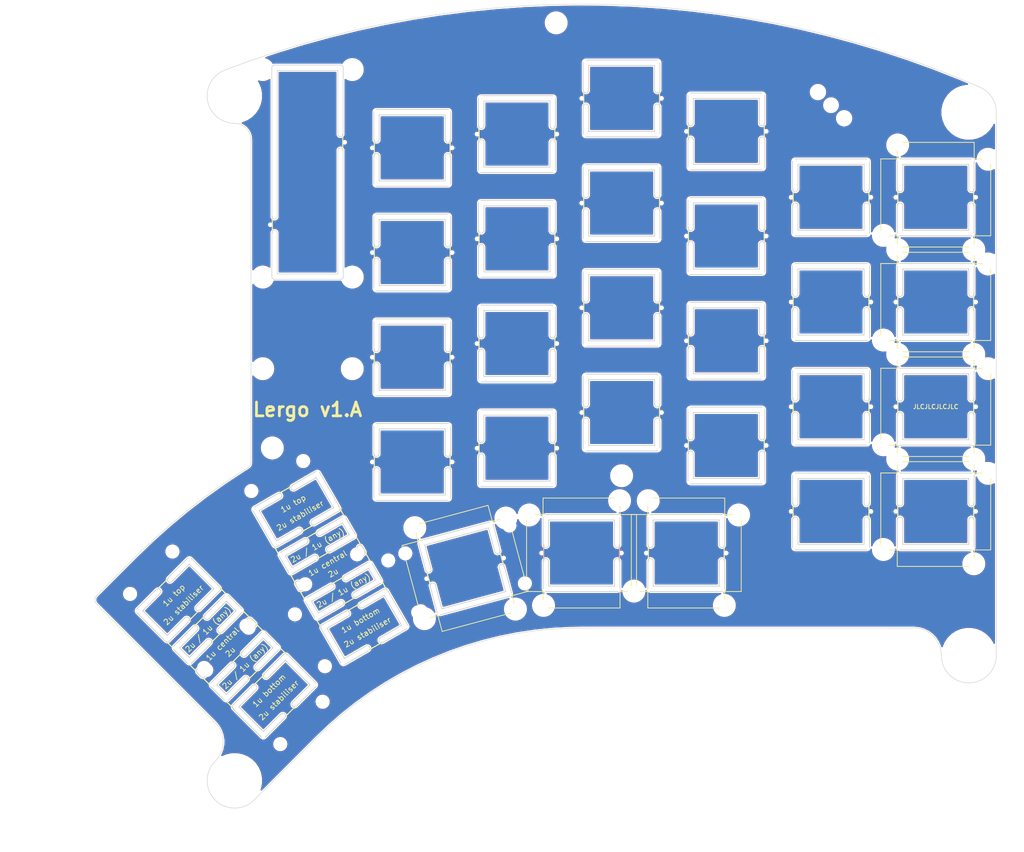
<source format=kicad_pcb>
(kicad_pcb (version 20171130) (host pcbnew 5.1.12-84ad8e8a86~92~ubuntu20.04.1)
  (title_block (title "Lergo default top plate, less routing") (date 2021-11-15) (rev v1.A) (company "Axel Voitier") (comment 1 "SPDX-License-Identifier: CERN-OHL-W-2.0") (comment 2 "Less routing variant") (comment 3 "Default Kyria layout variant"))
  (layers (0 F.Cu signal) (31 B.Cu signal) (34 B.Paste user hide) (35 F.Paste user hide) (36 B.SilkS user) (37 F.SilkS user) (38 B.Mask user hide) (39 F.Mask user hide) (44 Edge.Cuts user))
  (net 0 "")
  (module "Lergo Footprints:CherryMX_Lergo_v1_TopPlate_2u_1u_Less_Routing" (layer F.Cu) (at 97.135413 135.364647 225)
    (fp_text reference SW2 hide)
    (fp_text value KEY_SWITCH hide)
    (fp_arc (start 1.499992 16.025) (end 1.499992 15.525) (angle -180) (layer Edge.Cuts) (width 0.15))
    (fp_arc (start -1.5 16.025) (end -1.5 16.525) (angle -180) (layer Edge.Cuts) (width 0.15))
    (fp_arc (start 1.5 -16.025) (end 1.5 -16.525) (angle -180) (layer Edge.Cuts) (width 0.15))
    (fp_arc (start -1.5 -16.025) (end -1.5 -15.525) (angle -180) (layer Edge.Cuts) (width 0.15))
    (fp_text user "1u bottom" (at 0 -11 45) (layer F.SilkS))
    (fp_text user "2u stabiliser" (at 0 11 45) (layer F.SilkS))
    (fp_text user "1u top" (at 0 13.5 45) (layer F.SilkS))
    (fp_text user "2u stabiliser" (at 0 -13.5 45) (layer F.SilkS))
    (fp_text user "2u / 1u (any)" (at 0 4.725 45) (layer F.SilkS))
    (fp_text user "2u / 1u (any)" (at 0 -4.775 45) (layer F.SilkS))
    (fp_text user "1u central" (at 0 0.975 45) (layer F.SilkS))
    (fp_text user 2u (at 0 -1.025 45) (layer F.SilkS))
    (fp_arc (start 1.499992 8.70625) (end 1.499992 8.20625) (angle -180) (layer Edge.Cuts) (width 0.15))
    (fp_arc (start -1.500008 8.70625) (end -1.500008 9.20625) (angle -180) (layer Edge.Cuts) (width 0.15))
    (fp_arc (start 1.499992 -8.70625) (end 1.499992 -9.20625) (angle -180) (layer Edge.Cuts) (width 0.15))
    (fp_arc (start -1.500008 -8.70625) (end -1.500008 -8.20625) (angle -180) (layer Edge.Cuts) (width 0.15))
    (fp_arc (start 1.499992 -6.5) (end 1.499992 -7) (angle -180) (layer Edge.Cuts) (width 0.15))
    (fp_arc (start -1.500008 -6.5) (end -1.500008 -6) (angle -180) (layer Edge.Cuts) (width 0.15))
    (fp_arc (start 1.499992 -3.025) (end 1.499992 -3.525) (angle -180) (layer Edge.Cuts) (width 0.15))
    (fp_arc (start -1.500008 -3.025) (end -1.500008 -2.525) (angle -180) (layer Edge.Cuts) (width 0.15))
    (fp_arc (start -1.500008 6.5) (end -1.500008 7) (angle -180) (layer Edge.Cuts) (width 0.15))
    (fp_arc (start -1.500008 3.025) (end -1.500008 3.525) (angle -180) (layer Edge.Cuts) (width 0.15))
    (fp_arc (start 1.499992 3.025) (end 1.499992 2.525) (angle -180) (layer Edge.Cuts) (width 0.15))
    (fp_arc (start 1.499992 6.5) (end 1.499992 6) (angle -180) (layer Edge.Cuts) (width 0.15))
    (fp_arc (start 6.499992 -8.70625) (end 6.499992 -8.20625) (angle -89.9984396) (layer Edge.Cuts) (width 0.15))
    (fp_arc (start -6.500008 -8.70625) (end -7.000008 -8.70625) (angle -90) (layer Edge.Cuts) (width 0.15))
    (fp_arc (start 6.499992 8.70625) (end 6.999992 8.70625) (angle -90) (layer Edge.Cuts) (width 0.15))
    (fp_arc (start 6.5 -0.5) (end 7 -0.5) (angle -180) (layer Edge.Cuts) (width 0.15))
    (fp_arc (start 6.5 0.5) (end 6 0.5) (angle -180) (layer Edge.Cuts) (width 0.15))
    (fp_arc (start -6.500008 8.70625) (end -6.500008 8.20625) (angle -90.0015604) (layer Edge.Cuts) (width 0.15))
    (fp_arc (start -6.5 -0.5) (end -6 -0.5) (angle -180) (layer Edge.Cuts) (width 0.15))
    (fp_arc (start -6.5 0.5) (end -7 0.5) (angle -180) (layer Edge.Cuts) (width 0.15))
    (fp_arc (start 6.5 -6.5) (end 7 -6.5) (angle -90) (layer Edge.Cuts) (width 0.15))
    (fp_arc (start -6.5 -6.5) (end -6.5 -7) (angle -90) (layer Edge.Cuts) (width 0.15))
    (fp_arc (start -6.5 6.5) (end -7 6.5) (angle -90) (layer Edge.Cuts) (width 0.15))
    (fp_arc (start 6.5 6.5) (end 6.5 7) (angle -90) (layer Edge.Cuts) (width 0.15))
    (fp_arc (start 6.5 3.025) (end 7 3.025) (angle -90) (layer Edge.Cuts) (width 0.15))
    (fp_arc (start -6.5 3.025) (end -6.5 2.525) (angle -90) (layer Edge.Cuts) (width 0.15))
    (fp_arc (start -6.5 16.025) (end -7 16.025) (angle -90) (layer Edge.Cuts) (width 0.15))
    (fp_arc (start 6.5 16.025) (end 6.5 16.525) (angle -90) (layer Edge.Cuts) (width 0.15))
    (fp_arc (start 6.5 -16.025) (end 7 -16.025) (angle -90) (layer Edge.Cuts) (width 0.15))
    (fp_arc (start -6.5 -16.025) (end -6.5 -16.525) (angle -90) (layer Edge.Cuts) (width 0.15))
    (fp_arc (start -6.5 -3.025) (end -7 -3.025) (angle -90) (layer Edge.Cuts) (width 0.15))
    (fp_arc (start 6.5 -3.025) (end 6.5 -2.525) (angle -90) (layer Edge.Cuts) (width 0.15))
    (fp_line (start 5.999992 9.20625) (end 1.499992 9.20625) (layer Edge.Cuts) (width 0.15))
    (fp_line (start -1.500008 8.20625) (end -6.500008 8.20625) (layer Edge.Cuts) (width 0.15))
    (fp_line (start -1.500008 9.20625) (end -6.000008 9.20625) (layer Edge.Cuts) (width 0.15))
    (fp_line (start 6.499992 -8.20625) (end 1.499992 -8.20625) (layer Edge.Cuts) (width 0.15))
    (fp_line (start -1.500008 -9.20625) (end -6 -9.20625) (layer Edge.Cuts) (width 0.15))
    (fp_line (start 6 -9.20625) (end 1.499992 -9.20625) (layer Edge.Cuts) (width 0.15))
    (fp_line (start 6.499992 8.20625) (end 1.499992 8.20625) (layer Edge.Cuts) (width 0.15))
    (fp_line (start -1.500008 -8.20625) (end -6.500008 -8.20625) (layer Edge.Cuts) (width 0.15))
    (fp_line (start -6.5 -2.525) (end -1.500008 -2.525) (layer Edge.Cuts) (width 0.15))
    (fp_line (start -6 -3.525) (end -1.500008 -3.525) (layer Edge.Cuts) (width 0.15))
    (fp_line (start -1.500008 -6) (end -6 -6) (layer Edge.Cuts) (width 0.15))
    (fp_line (start -1.500008 -7) (end -6.5 -7) (layer Edge.Cuts) (width 0.15))
    (fp_line (start 1.499992 7) (end 6.5 7) (layer Edge.Cuts) (width 0.15))
    (fp_line (start 1.499992 6) (end 6 6) (layer Edge.Cuts) (width 0.15))
    (fp_line (start -6 6) (end -1.500008 6) (layer Edge.Cuts) (width 0.15))
    (fp_line (start 6 3.525) (end 1.499992 3.525) (layer Edge.Cuts) (width 0.15))
    (fp_line (start -1.500008 2.525) (end -6.5 2.525) (layer Edge.Cuts) (width 0.15))
    (fp_line (start -7 -6.5) (end -7 -3.025) (layer Edge.Cuts) (width 0.15))
    (fp_line (start -7 -16.025) (end -7.000008 -8.70625) (layer Edge.Cuts) (width 0.15))
    (fp_line (start 7 -16.025) (end 7 -8.70625) (layer Edge.Cuts) (width 0.15))
    (fp_line (start 7 -6.5) (end 7 -3.025) (layer Edge.Cuts) (width 0.15))
    (fp_line (start 7 0.5) (end 7 -0.5) (layer Edge.Cuts) (width 0.15))
    (fp_line (start 7 3.025) (end 7 6.5) (layer Edge.Cuts) (width 0.15))
    (fp_line (start 6.999992 8.70625) (end 7 16.025) (layer Edge.Cuts) (width 0.15))
    (fp_line (start -7.000008 8.706264) (end -7 16.025) (layer Edge.Cuts) (width 0.15))
    (fp_line (start -7 0.5) (end -7 -0.5) (layer Edge.Cuts) (width 0.15))
    (fp_line (start 6 0.5) (end 6 -0.5) (layer Edge.Cuts) (width 0.15))
    (fp_line (start -6 0.5) (end -6 -0.5) (layer Edge.Cuts) (width 0.15))
    (fp_line (start -6 6) (end -6 3.525) (layer Edge.Cuts) (width 0.15))
    (fp_line (start -6 -3.525) (end -6 -6) (layer Edge.Cuts) (width 0.15))
    (fp_line (start 6 -3.525) (end 6 -6) (layer Edge.Cuts) (width 0.15))
    (fp_line (start 6 6) (end 6 3.525) (layer Edge.Cuts) (width 0.15))
    (fp_line (start -6 -9.20625) (end -6 -15.525) (layer Edge.Cuts) (width 0.15))
    (fp_line (start -6 15.525) (end -6.000008 9.20625) (layer Edge.Cuts) (width 0.15))
    (fp_line (start 6 15.525) (end 5.999992 9.20625) (layer Edge.Cuts) (width 0.15))
    (fp_line (start 6 -9.20625) (end 6 -15.525) (layer Edge.Cuts) (width 0.15))
    (fp_line (start 1.5 15.525) (end 6 15.525) (layer Edge.Cuts) (width 0.15))
    (fp_line (start 1.499992 -3.525) (end 6 -3.525) (layer Edge.Cuts) (width 0.15))
    (fp_line (start -1.500008 3.525) (end -6 3.525) (layer Edge.Cuts) (width 0.15))
    (fp_line (start 6 -6) (end 1.499992 -6) (layer Edge.Cuts) (width 0.15))
    (fp_line (start 6 -15.525) (end 1.5 -15.525) (layer Edge.Cuts) (width 0.15))
    (fp_line (start -7 3.025) (end -7 6.5) (layer Edge.Cuts) (width 0.15))
    (fp_line (start 6.5 -7) (end 1.499992 -7) (layer Edge.Cuts) (width 0.15))
    (fp_line (start -6.5 7) (end -1.500008 7) (layer Edge.Cuts) (width 0.15))
    (fp_line (start 6.5 2.525) (end 1.499992 2.525) (layer Edge.Cuts) (width 0.15))
    (fp_line (start -6.5 16.525) (end -1.5 16.525) (layer Edge.Cuts) (width 0.15))
    (fp_line (start -1.5 -16.525) (end -6.5 -16.525) (layer Edge.Cuts) (width 0.15))
    (fp_line (start 1.499992 -2.525) (end 6.5 -2.525) (layer Edge.Cuts) (width 0.15))
    (fp_line (start 6.5 -16.525) (end 1.5 -16.525) (layer Edge.Cuts) (width 0.15))
    (fp_line (start -1.5 -15.525) (end -6 -15.525) (layer Edge.Cuts) (width 0.15))
    (fp_line (start -6 15.525) (end -1.5 15.525) (layer Edge.Cuts) (width 0.15))
    (fp_line (start 1.499992 16.525) (end 6.5 16.525) (layer Edge.Cuts) (width 0.15))
    (pad "" np_thru_hole circle (at -6.7 -2.825 225) (size 0.6 0.6) (drill 0.6) (layers *.Cu))
    (pad "" np_thru_hole circle (at -6.7 -6.7 225) (size 0.6 0.6) (drill 0.6) (layers *.Cu))
    (pad "" np_thru_hole circle (at 6.7 -6.7 225) (size 0.6 0.6) (drill 0.6) (layers *.Cu))
    (pad "" np_thru_hole circle (at 6.7 -2.825 225) (size 0.6 0.6) (drill 0.6) (layers *.Cu))
    (pad "" np_thru_hole circle (at 6.7 2.825 225) (size 0.6 0.6) (drill 0.6) (layers *.Cu))
    (pad "" np_thru_hole circle (at -6.7 2.825 225) (size 0.6 0.6) (drill 0.6) (layers *.Cu))
    (pad "" np_thru_hole circle (at -6.7 6.7 225) (size 0.6 0.6) (drill 0.6) (layers *.Cu))
    (pad "" np_thru_hole circle (at 6.7 6.7 225) (size 0.6 0.6) (drill 0.6) (layers *.Cu))
    (pad "" np_thru_hole circle (at -6.7 16.225 225) (size 0.6 0.6) (drill 0.6) (layers *.Cu))
    (pad "" np_thru_hole circle (at 6.7 16.225 225) (size 0.6 0.6) (drill 0.6) (layers *.Cu))
    (pad "" np_thru_hole circle (at 6.7 -16.225 225) (size 0.6 0.6) (drill 0.6) (layers *.Cu))
    (pad "" np_thru_hole circle (at -6.7 -16.225 225) (size 0.6 0.6) (drill 0.6) (layers *.Cu))
  )
  (module "Lergo Footprints:CherryMX_Lergo_v1_TopPlate_2u_1u_Less_Routing" (layer F.Cu) (at 116.057845 120.838155 210)
    (fp_text reference SW2 hide)
    (fp_text value KEY_SWITCH hide)
    (fp_arc (start 1.499992 16.025) (end 1.499992 15.525) (angle -180) (layer Edge.Cuts) (width 0.15))
    (fp_arc (start -1.5 16.025) (end -1.5 16.525) (angle -180) (layer Edge.Cuts) (width 0.15))
    (fp_arc (start 1.5 -16.025) (end 1.5 -16.525) (angle -180) (layer Edge.Cuts) (width 0.15))
    (fp_arc (start -1.5 -16.025) (end -1.5 -15.525) (angle -180) (layer Edge.Cuts) (width 0.15))
    (fp_text user "1u bottom" (at 0 -11 30) (layer F.SilkS))
    (fp_text user "2u stabiliser" (at 0 11 30) (layer F.SilkS))
    (fp_text user "1u top" (at 0 13.5 30) (layer F.SilkS))
    (fp_text user "2u stabiliser" (at 0 -13.5 30) (layer F.SilkS))
    (fp_text user "2u / 1u (any)" (at 0 4.725 30) (layer F.SilkS))
    (fp_text user "2u / 1u (any)" (at 0 -4.775 30) (layer F.SilkS))
    (fp_text user "1u central" (at 0 0.975 30) (layer F.SilkS))
    (fp_text user 2u (at 0 -1.025 30) (layer F.SilkS))
    (fp_arc (start 1.499992 8.70625) (end 1.499992 8.20625) (angle -180) (layer Edge.Cuts) (width 0.15))
    (fp_arc (start -1.500008 8.70625) (end -1.500008 9.20625) (angle -180) (layer Edge.Cuts) (width 0.15))
    (fp_arc (start 1.499992 -8.70625) (end 1.499992 -9.20625) (angle -180) (layer Edge.Cuts) (width 0.15))
    (fp_arc (start -1.500008 -8.70625) (end -1.500008 -8.20625) (angle -180) (layer Edge.Cuts) (width 0.15))
    (fp_arc (start 1.499992 -6.5) (end 1.499992 -7) (angle -180) (layer Edge.Cuts) (width 0.15))
    (fp_arc (start -1.500008 -6.5) (end -1.500008 -6) (angle -180) (layer Edge.Cuts) (width 0.15))
    (fp_arc (start 1.499992 -3.025) (end 1.499992 -3.525) (angle -180) (layer Edge.Cuts) (width 0.15))
    (fp_arc (start -1.500008 -3.025) (end -1.500008 -2.525) (angle -180) (layer Edge.Cuts) (width 0.15))
    (fp_arc (start -1.500008 6.5) (end -1.500008 7) (angle -180) (layer Edge.Cuts) (width 0.15))
    (fp_arc (start -1.500008 3.025) (end -1.500008 3.525) (angle -180) (layer Edge.Cuts) (width 0.15))
    (fp_arc (start 1.499992 3.025) (end 1.499992 2.525) (angle -180) (layer Edge.Cuts) (width 0.15))
    (fp_arc (start 1.499992 6.5) (end 1.499992 6) (angle -180) (layer Edge.Cuts) (width 0.15))
    (fp_arc (start 6.499992 -8.70625) (end 6.499992 -8.20625) (angle -89.9984396) (layer Edge.Cuts) (width 0.15))
    (fp_arc (start -6.500008 -8.70625) (end -7.000008 -8.70625) (angle -90) (layer Edge.Cuts) (width 0.15))
    (fp_arc (start 6.499992 8.70625) (end 6.999992 8.70625) (angle -90) (layer Edge.Cuts) (width 0.15))
    (fp_arc (start 6.5 -0.5) (end 7 -0.5) (angle -180) (layer Edge.Cuts) (width 0.15))
    (fp_arc (start 6.5 0.5) (end 6 0.5) (angle -180) (layer Edge.Cuts) (width 0.15))
    (fp_arc (start -6.500008 8.70625) (end -6.500008 8.20625) (angle -90.0015604) (layer Edge.Cuts) (width 0.15))
    (fp_arc (start -6.5 -0.5) (end -6 -0.5) (angle -180) (layer Edge.Cuts) (width 0.15))
    (fp_arc (start -6.5 0.5) (end -7 0.5) (angle -180) (layer Edge.Cuts) (width 0.15))
    (fp_arc (start 6.5 -6.5) (end 7 -6.5) (angle -90) (layer Edge.Cuts) (width 0.15))
    (fp_arc (start -6.5 -6.5) (end -6.5 -7) (angle -90) (layer Edge.Cuts) (width 0.15))
    (fp_arc (start -6.5 6.5) (end -7 6.5) (angle -90) (layer Edge.Cuts) (width 0.15))
    (fp_arc (start 6.5 6.5) (end 6.5 7) (angle -90) (layer Edge.Cuts) (width 0.15))
    (fp_arc (start 6.5 3.025) (end 7 3.025) (angle -90) (layer Edge.Cuts) (width 0.15))
    (fp_arc (start -6.5 3.025) (end -6.5 2.525) (angle -90) (layer Edge.Cuts) (width 0.15))
    (fp_arc (start -6.5 16.025) (end -7 16.025) (angle -90) (layer Edge.Cuts) (width 0.15))
    (fp_arc (start 6.5 16.025) (end 6.5 16.525) (angle -90) (layer Edge.Cuts) (width 0.15))
    (fp_arc (start 6.5 -16.025) (end 7 -16.025) (angle -90) (layer Edge.Cuts) (width 0.15))
    (fp_arc (start -6.5 -16.025) (end -6.5 -16.525) (angle -90) (layer Edge.Cuts) (width 0.15))
    (fp_arc (start -6.5 -3.025) (end -7 -3.025) (angle -90) (layer Edge.Cuts) (width 0.15))
    (fp_arc (start 6.5 -3.025) (end 6.5 -2.525) (angle -90) (layer Edge.Cuts) (width 0.15))
    (fp_line (start 5.999992 9.20625) (end 1.499992 9.20625) (layer Edge.Cuts) (width 0.15))
    (fp_line (start -1.500008 8.20625) (end -6.500008 8.20625) (layer Edge.Cuts) (width 0.15))
    (fp_line (start -1.500008 9.20625) (end -6.000008 9.20625) (layer Edge.Cuts) (width 0.15))
    (fp_line (start 6.499992 -8.20625) (end 1.499992 -8.20625) (layer Edge.Cuts) (width 0.15))
    (fp_line (start -1.500008 -9.20625) (end -6 -9.20625) (layer Edge.Cuts) (width 0.15))
    (fp_line (start 6 -9.20625) (end 1.499992 -9.20625) (layer Edge.Cuts) (width 0.15))
    (fp_line (start 6.499992 8.20625) (end 1.499992 8.20625) (layer Edge.Cuts) (width 0.15))
    (fp_line (start -1.500008 -8.20625) (end -6.500008 -8.20625) (layer Edge.Cuts) (width 0.15))
    (fp_line (start -6.5 -2.525) (end -1.500008 -2.525) (layer Edge.Cuts) (width 0.15))
    (fp_line (start -6 -3.525) (end -1.500008 -3.525) (layer Edge.Cuts) (width 0.15))
    (fp_line (start -1.500008 -6) (end -6 -6) (layer Edge.Cuts) (width 0.15))
    (fp_line (start -1.500008 -7) (end -6.5 -7) (layer Edge.Cuts) (width 0.15))
    (fp_line (start 1.499992 7) (end 6.5 7) (layer Edge.Cuts) (width 0.15))
    (fp_line (start 1.499992 6) (end 6 6) (layer Edge.Cuts) (width 0.15))
    (fp_line (start -6 6) (end -1.500008 6) (layer Edge.Cuts) (width 0.15))
    (fp_line (start 6 3.525) (end 1.499992 3.525) (layer Edge.Cuts) (width 0.15))
    (fp_line (start -1.500008 2.525) (end -6.5 2.525) (layer Edge.Cuts) (width 0.15))
    (fp_line (start -7 -6.5) (end -7 -3.025) (layer Edge.Cuts) (width 0.15))
    (fp_line (start -7 -16.025) (end -7.000008 -8.70625) (layer Edge.Cuts) (width 0.15))
    (fp_line (start 7 -16.025) (end 7 -8.70625) (layer Edge.Cuts) (width 0.15))
    (fp_line (start 7 -6.5) (end 7 -3.025) (layer Edge.Cuts) (width 0.15))
    (fp_line (start 7 0.5) (end 7 -0.5) (layer Edge.Cuts) (width 0.15))
    (fp_line (start 7 3.025) (end 7 6.5) (layer Edge.Cuts) (width 0.15))
    (fp_line (start 6.999992 8.70625) (end 7 16.025) (layer Edge.Cuts) (width 0.15))
    (fp_line (start -7.000008 8.706264) (end -7 16.025) (layer Edge.Cuts) (width 0.15))
    (fp_line (start -7 0.5) (end -7 -0.5) (layer Edge.Cuts) (width 0.15))
    (fp_line (start 6 0.5) (end 6 -0.5) (layer Edge.Cuts) (width 0.15))
    (fp_line (start -6 0.5) (end -6 -0.5) (layer Edge.Cuts) (width 0.15))
    (fp_line (start -6 6) (end -6 3.525) (layer Edge.Cuts) (width 0.15))
    (fp_line (start -6 -3.525) (end -6 -6) (layer Edge.Cuts) (width 0.15))
    (fp_line (start 6 -3.525) (end 6 -6) (layer Edge.Cuts) (width 0.15))
    (fp_line (start 6 6) (end 6 3.525) (layer Edge.Cuts) (width 0.15))
    (fp_line (start -6 -9.20625) (end -6 -15.525) (layer Edge.Cuts) (width 0.15))
    (fp_line (start -6 15.525) (end -6.000008 9.20625) (layer Edge.Cuts) (width 0.15))
    (fp_line (start 6 15.525) (end 5.999992 9.20625) (layer Edge.Cuts) (width 0.15))
    (fp_line (start 6 -9.20625) (end 6 -15.525) (layer Edge.Cuts) (width 0.15))
    (fp_line (start 1.5 15.525) (end 6 15.525) (layer Edge.Cuts) (width 0.15))
    (fp_line (start 1.499992 -3.525) (end 6 -3.525) (layer Edge.Cuts) (width 0.15))
    (fp_line (start -1.500008 3.525) (end -6 3.525) (layer Edge.Cuts) (width 0.15))
    (fp_line (start 6 -6) (end 1.499992 -6) (layer Edge.Cuts) (width 0.15))
    (fp_line (start 6 -15.525) (end 1.5 -15.525) (layer Edge.Cuts) (width 0.15))
    (fp_line (start -7 3.025) (end -7 6.5) (layer Edge.Cuts) (width 0.15))
    (fp_line (start 6.5 -7) (end 1.499992 -7) (layer Edge.Cuts) (width 0.15))
    (fp_line (start -6.5 7) (end -1.500008 7) (layer Edge.Cuts) (width 0.15))
    (fp_line (start 6.5 2.525) (end 1.499992 2.525) (layer Edge.Cuts) (width 0.15))
    (fp_line (start -6.5 16.525) (end -1.5 16.525) (layer Edge.Cuts) (width 0.15))
    (fp_line (start -1.5 -16.525) (end -6.5 -16.525) (layer Edge.Cuts) (width 0.15))
    (fp_line (start 1.499992 -2.525) (end 6.5 -2.525) (layer Edge.Cuts) (width 0.15))
    (fp_line (start 6.5 -16.525) (end 1.5 -16.525) (layer Edge.Cuts) (width 0.15))
    (fp_line (start -1.5 -15.525) (end -6 -15.525) (layer Edge.Cuts) (width 0.15))
    (fp_line (start -6 15.525) (end -1.5 15.525) (layer Edge.Cuts) (width 0.15))
    (fp_line (start 1.499992 16.525) (end 6.5 16.525) (layer Edge.Cuts) (width 0.15))
    (pad "" np_thru_hole circle (at -6.7 -2.825 210) (size 0.6 0.6) (drill 0.6) (layers *.Cu))
    (pad "" np_thru_hole circle (at -6.7 -6.7 210) (size 0.6 0.6) (drill 0.6) (layers *.Cu))
    (pad "" np_thru_hole circle (at 6.7 -6.7 210) (size 0.6 0.6) (drill 0.6) (layers *.Cu))
    (pad "" np_thru_hole circle (at 6.7 -2.825 210) (size 0.6 0.6) (drill 0.6) (layers *.Cu))
    (pad "" np_thru_hole circle (at 6.7 2.825 210) (size 0.6 0.6) (drill 0.6) (layers *.Cu))
    (pad "" np_thru_hole circle (at -6.7 2.825 210) (size 0.6 0.6) (drill 0.6) (layers *.Cu))
    (pad "" np_thru_hole circle (at -6.7 6.7 210) (size 0.6 0.6) (drill 0.6) (layers *.Cu))
    (pad "" np_thru_hole circle (at 6.7 6.7 210) (size 0.6 0.6) (drill 0.6) (layers *.Cu))
    (pad "" np_thru_hole circle (at -6.7 16.225 210) (size 0.6 0.6) (drill 0.6) (layers *.Cu))
    (pad "" np_thru_hole circle (at 6.7 16.225 210) (size 0.6 0.6) (drill 0.6) (layers *.Cu))
    (pad "" np_thru_hole circle (at 6.7 -16.225 210) (size 0.6 0.6) (drill 0.6) (layers *.Cu))
    (pad "" np_thru_hole circle (at -6.7 -16.225 210) (size 0.6 0.6) (drill 0.6) (layers *.Cu))
  )
  (module "Lergo Footprints:CherryMX_Lergo_v1_TopPlate_1u_Drilled_Less_Routing" (layer F.Cu) (at 180.81 118.12)
    (fp_text reference SW2 hide)
    (fp_text value KEY_SWITCH hide)
    (fp_line (start -6 -6) (end -6 -1.5) (layer Edge.Cuts) (width 0.15))
    (fp_line (start 7 6.5) (end 7 1.5) (layer Edge.Cuts) (width 0.15))
    (fp_line (start 6 6) (end 6 1.5) (layer Edge.Cuts) (width 0.15))
    (fp_line (start -7 1.5) (end -7 6.5) (layer Edge.Cuts) (width 0.15))
    (fp_line (start -6 1.5) (end -6 6) (layer Edge.Cuts) (width 0.15))
    (fp_line (start -6.5 7) (end 6.5 7) (layer Edge.Cuts) (width 0.15))
    (fp_line (start -6 6) (end 6 6) (layer Edge.Cuts) (width 0.15))
    (fp_line (start 7 -1.5) (end 7 -6.5) (layer Edge.Cuts) (width 0.15))
    (fp_line (start 6 -6) (end -6 -6) (layer Edge.Cuts) (width 0.15))
    (fp_line (start -7 -6.5) (end -7 -1.5) (layer Edge.Cuts) (width 0.15))
    (fp_line (start 6 -1.5) (end 6 -6) (layer Edge.Cuts) (width 0.15))
    (fp_line (start 6.5 -7) (end -6.5 -7) (layer Edge.Cuts) (width 0.15))
    (fp_arc (start 6.5 6.5) (end 6.5 7) (angle -90) (layer Edge.Cuts) (width 0.15))
    (fp_arc (start -6.5 6.5) (end -7 6.5) (angle -90) (layer Edge.Cuts) (width 0.15))
    (fp_arc (start 6.5 1.5) (end 7 1.5) (angle -180) (layer Edge.Cuts) (width 0.15))
    (fp_arc (start -6.5 -6.5) (end -6.5 -7) (angle -90) (layer Edge.Cuts) (width 0.15))
    (fp_arc (start 6.5 -1.5) (end 6 -1.5) (angle -180) (layer Edge.Cuts) (width 0.15))
    (fp_arc (start -6.5 1.5) (end -6 1.5) (angle -180) (layer Edge.Cuts) (width 0.15))
    (fp_arc (start -6.5 -1.5) (end -7 -1.5) (angle -180) (layer Edge.Cuts) (width 0.15))
    (fp_arc (start 6.5 -6.5) (end 7 -6.5) (angle -90) (layer Edge.Cuts) (width 0.15))
    (pad "" np_thru_hole circle (at -9.525 6.92375 90) (size 2 2) (drill 2) (layers *.Cu *.Mask) (clearance 1.1))
    (pad "" np_thru_hole circle (at 9.525 -6.92375 90) (size 2 2) (drill 2) (layers *.Cu *.Mask) (clearance 1.1))
    (pad "" np_thru_hole circle (at -7.25 0 90) (size 0.5 0.5) (drill 0.5) (layers *.Cu *.Mask))
    (pad "" np_thru_hole circle (at 7.25 0 90) (size 0.5 0.5) (drill 0.5) (layers *.Cu *.Mask))
    (pad "" np_thru_hole circle (at -6.92375 -9.525) (size 2 2) (drill 2) (layers *.Cu *.Mask) (clearance 1.1))
    (pad "" np_thru_hole circle (at 6.92375 9.525) (size 2 2) (drill 2) (layers *.Cu *.Mask) (clearance 1.1))
    (pad "" np_thru_hole circle (at -6.7 6.7) (size 0.6 0.6) (drill 0.6) (layers *.Cu))
    (pad "" np_thru_hole circle (at 6.7 -6.7) (size 0.6 0.6) (drill 0.6) (layers *.Cu))
    (pad "" np_thru_hole circle (at 6.7 6.7) (size 0.6 0.6) (drill 0.6) (layers *.Cu))
    (pad "" np_thru_hole circle (at -6.7 -6.7) (size 0.6 0.6) (drill 0.6) (layers *.Cu))
  )
  (module "Lergo Footprints:CherryMX_Lergo_v1_TopPlate_1u_Drilled_Less_Routing" (layer B.Cu) (at 161.76 118.12)
    (fp_text reference SW2 hide)
    (fp_text value KEY_SWITCH hide)
    (fp_line (start -6 6) (end -6 1.5) (layer Edge.Cuts) (width 0.15))
    (fp_line (start 7 -6.5) (end 7 -1.5) (layer Edge.Cuts) (width 0.15))
    (fp_line (start 6 -6) (end 6 -1.5) (layer Edge.Cuts) (width 0.15))
    (fp_line (start -7 -1.5) (end -7 -6.5) (layer Edge.Cuts) (width 0.15))
    (fp_line (start -6 -1.5) (end -6 -6) (layer Edge.Cuts) (width 0.15))
    (fp_line (start -6.5 -7) (end 6.5 -7) (layer Edge.Cuts) (width 0.15))
    (fp_line (start -6 -6) (end 6 -6) (layer Edge.Cuts) (width 0.15))
    (fp_line (start 7 1.5) (end 7 6.5) (layer Edge.Cuts) (width 0.15))
    (fp_line (start 6 6) (end -6 6) (layer Edge.Cuts) (width 0.15))
    (fp_line (start -7 6.5) (end -7 1.5) (layer Edge.Cuts) (width 0.15))
    (fp_line (start 6 1.5) (end 6 6) (layer Edge.Cuts) (width 0.15))
    (fp_line (start 6.5 7) (end -6.5 7) (layer Edge.Cuts) (width 0.15))
    (fp_arc (start 6.5 -6.5) (end 6.5 -7) (angle 90) (layer Edge.Cuts) (width 0.15))
    (fp_arc (start -6.5 -6.5) (end -7 -6.5) (angle 90) (layer Edge.Cuts) (width 0.15))
    (fp_arc (start 6.5 -1.5) (end 7 -1.5) (angle 180) (layer Edge.Cuts) (width 0.15))
    (fp_arc (start -6.5 6.5) (end -6.5 7) (angle 90) (layer Edge.Cuts) (width 0.15))
    (fp_arc (start 6.5 1.5) (end 6 1.5) (angle 180) (layer Edge.Cuts) (width 0.15))
    (fp_arc (start -6.5 -1.5) (end -6 -1.5) (angle 180) (layer Edge.Cuts) (width 0.15))
    (fp_arc (start -6.5 1.5) (end -7 1.5) (angle 180) (layer Edge.Cuts) (width 0.15))
    (fp_arc (start 6.5 6.5) (end 7 6.5) (angle 90) (layer Edge.Cuts) (width 0.15))
    (pad "" np_thru_hole circle (at -9.525 -6.92375 270) (size 2 2) (drill 2) (layers *.Cu *.Mask) (clearance 1.1))
    (pad "" np_thru_hole circle (at 9.525 6.92375 270) (size 2 2) (drill 2) (layers *.Cu *.Mask) (clearance 1.1))
    (pad "" np_thru_hole circle (at -7.25 0 270) (size 0.5 0.5) (drill 0.5) (layers *.Cu *.Mask))
    (pad "" np_thru_hole circle (at 7.25 0 270) (size 0.5 0.5) (drill 0.5) (layers *.Cu *.Mask))
    (pad "" np_thru_hole circle (at -6.92375 9.525) (size 2 2) (drill 2) (layers *.Cu *.Mask) (clearance 1.1))
    (pad "" np_thru_hole circle (at 6.92375 -9.525) (size 2 2) (drill 2) (layers *.Cu *.Mask) (clearance 1.1))
    (pad "" np_thru_hole circle (at -6.7 -6.7) (size 0.6 0.6) (drill 0.6) (layers *.Cu))
    (pad "" np_thru_hole circle (at 6.7 6.7) (size 0.6 0.6) (drill 0.6) (layers *.Cu))
    (pad "" np_thru_hole circle (at 6.7 -6.7) (size 0.6 0.6) (drill 0.6) (layers *.Cu))
    (pad "" np_thru_hole circle (at -6.7 6.7) (size 0.6 0.6) (drill 0.6) (layers *.Cu))
  )
  (module "Lergo Footprints:CherryMX_Lergo_v1_TopPlate_1u_Drilled_Less_Routing" (layer F.Cu) (at 140.575 120.91 15)
    (fp_text reference SW2 hide)
    (fp_text value KEY_SWITCH hide)
    (fp_line (start -6 -6) (end -6 -1.5) (layer Edge.Cuts) (width 0.15))
    (fp_line (start 7 6.5) (end 7 1.5) (layer Edge.Cuts) (width 0.15))
    (fp_line (start 6 6) (end 6 1.5) (layer Edge.Cuts) (width 0.15))
    (fp_line (start -7 1.5) (end -7 6.5) (layer Edge.Cuts) (width 0.15))
    (fp_line (start -6 1.5) (end -6 6) (layer Edge.Cuts) (width 0.15))
    (fp_line (start -6.5 7) (end 6.5 7) (layer Edge.Cuts) (width 0.15))
    (fp_line (start -6 6) (end 6 6) (layer Edge.Cuts) (width 0.15))
    (fp_line (start 7 -1.5) (end 7 -6.5) (layer Edge.Cuts) (width 0.15))
    (fp_line (start 6 -6) (end -6 -6) (layer Edge.Cuts) (width 0.15))
    (fp_line (start -7 -6.5) (end -7 -1.5) (layer Edge.Cuts) (width 0.15))
    (fp_line (start 6 -1.5) (end 6 -6) (layer Edge.Cuts) (width 0.15))
    (fp_line (start 6.5 -7) (end -6.5 -7) (layer Edge.Cuts) (width 0.15))
    (fp_arc (start 6.5 6.5) (end 6.5 7) (angle -90) (layer Edge.Cuts) (width 0.15))
    (fp_arc (start -6.5 6.5) (end -7 6.5) (angle -90) (layer Edge.Cuts) (width 0.15))
    (fp_arc (start 6.5 1.5) (end 7 1.5) (angle -180) (layer Edge.Cuts) (width 0.15))
    (fp_arc (start -6.5 -6.5) (end -6.5 -7) (angle -90) (layer Edge.Cuts) (width 0.15))
    (fp_arc (start 6.5 -1.5) (end 6 -1.5) (angle -180) (layer Edge.Cuts) (width 0.15))
    (fp_arc (start -6.5 1.5) (end -6 1.5) (angle -180) (layer Edge.Cuts) (width 0.15))
    (fp_arc (start -6.5 -1.5) (end -7 -1.5) (angle -180) (layer Edge.Cuts) (width 0.15))
    (fp_arc (start 6.5 -6.5) (end 7 -6.5) (angle -90) (layer Edge.Cuts) (width 0.15))
    (pad "" np_thru_hole circle (at -9.525 6.92375 105) (size 2 2) (drill 2) (layers *.Cu *.Mask) (clearance 1.1))
    (pad "" np_thru_hole circle (at 9.525 -6.92375 105) (size 2 2) (drill 2) (layers *.Cu *.Mask) (clearance 1.1))
    (pad "" np_thru_hole circle (at -7.25 0 105) (size 0.5 0.5) (drill 0.5) (layers *.Cu *.Mask))
    (pad "" np_thru_hole circle (at 7.25 0 105) (size 0.5 0.5) (drill 0.5) (layers *.Cu *.Mask))
    (pad "" np_thru_hole circle (at -6.92375 -9.525 15) (size 2 2) (drill 2) (layers *.Cu *.Mask) (clearance 1.1))
    (pad "" np_thru_hole circle (at 6.92375 9.525 15) (size 2 2) (drill 2) (layers *.Cu *.Mask) (clearance 1.1))
    (pad "" np_thru_hole circle (at -6.7 6.7 15) (size 0.6 0.6) (drill 0.6) (layers *.Cu))
    (pad "" np_thru_hole circle (at 6.7 -6.7 15) (size 0.6 0.6) (drill 0.6) (layers *.Cu))
    (pad "" np_thru_hole circle (at 6.7 6.7 15) (size 0.6 0.6) (drill 0.6) (layers *.Cu))
    (pad "" np_thru_hole circle (at -6.7 -6.7 15) (size 0.6 0.6) (drill 0.6) (layers *.Cu))
  )
  (module "Lergo Footprints:CherryMX_Lergo_v1_TopPlate_1u_Drilled_Less_Routing" (layer F.Cu) (at 226.2 110.55)
    (fp_text reference SW2 hide)
    (fp_text value KEY_SWITCH hide)
    (fp_line (start -6 -6) (end -6 -1.5) (layer Edge.Cuts) (width 0.15))
    (fp_line (start 7 6.5) (end 7 1.5) (layer Edge.Cuts) (width 0.15))
    (fp_line (start 6 6) (end 6 1.5) (layer Edge.Cuts) (width 0.15))
    (fp_line (start -7 1.5) (end -7 6.5) (layer Edge.Cuts) (width 0.15))
    (fp_line (start -6 1.5) (end -6 6) (layer Edge.Cuts) (width 0.15))
    (fp_line (start -6.5 7) (end 6.5 7) (layer Edge.Cuts) (width 0.15))
    (fp_line (start -6 6) (end 6 6) (layer Edge.Cuts) (width 0.15))
    (fp_line (start 7 -1.5) (end 7 -6.5) (layer Edge.Cuts) (width 0.15))
    (fp_line (start 6 -6) (end -6 -6) (layer Edge.Cuts) (width 0.15))
    (fp_line (start -7 -6.5) (end -7 -1.5) (layer Edge.Cuts) (width 0.15))
    (fp_line (start 6 -1.5) (end 6 -6) (layer Edge.Cuts) (width 0.15))
    (fp_line (start 6.5 -7) (end -6.5 -7) (layer Edge.Cuts) (width 0.15))
    (fp_arc (start 6.5 6.5) (end 6.5 7) (angle -90) (layer Edge.Cuts) (width 0.15))
    (fp_arc (start -6.5 6.5) (end -7 6.5) (angle -90) (layer Edge.Cuts) (width 0.15))
    (fp_arc (start 6.5 1.5) (end 7 1.5) (angle -180) (layer Edge.Cuts) (width 0.15))
    (fp_arc (start -6.5 -6.5) (end -6.5 -7) (angle -90) (layer Edge.Cuts) (width 0.15))
    (fp_arc (start 6.5 -1.5) (end 6 -1.5) (angle -180) (layer Edge.Cuts) (width 0.15))
    (fp_arc (start -6.5 1.5) (end -6 1.5) (angle -180) (layer Edge.Cuts) (width 0.15))
    (fp_arc (start -6.5 -1.5) (end -7 -1.5) (angle -180) (layer Edge.Cuts) (width 0.15))
    (fp_arc (start 6.5 -6.5) (end 7 -6.5) (angle -90) (layer Edge.Cuts) (width 0.15))
    (pad "" np_thru_hole circle (at -9.525 6.92375 90) (size 2 2) (drill 2) (layers *.Cu *.Mask) (clearance 1.1))
    (pad "" np_thru_hole circle (at 9.525 -6.92375 90) (size 2 2) (drill 2) (layers *.Cu *.Mask) (clearance 1.1))
    (pad "" np_thru_hole circle (at -7.25 0 90) (size 0.5 0.5) (drill 0.5) (layers *.Cu *.Mask))
    (pad "" np_thru_hole circle (at 7.25 0 90) (size 0.5 0.5) (drill 0.5) (layers *.Cu *.Mask))
    (pad "" np_thru_hole circle (at -6.92375 -9.525) (size 2 2) (drill 2) (layers *.Cu *.Mask) (clearance 1.1))
    (pad "" np_thru_hole circle (at 6.92375 9.525) (size 2 2) (drill 2) (layers *.Cu *.Mask) (clearance 1.1))
    (pad "" np_thru_hole circle (at -6.7 6.7) (size 0.6 0.6) (drill 0.6) (layers *.Cu))
    (pad "" np_thru_hole circle (at 6.7 -6.7) (size 0.6 0.6) (drill 0.6) (layers *.Cu))
    (pad "" np_thru_hole circle (at 6.7 6.7) (size 0.6 0.6) (drill 0.6) (layers *.Cu))
    (pad "" np_thru_hole circle (at -6.7 -6.7) (size 0.6 0.6) (drill 0.6) (layers *.Cu))
  )
  (module "Lergo Footprints:CherryMX_Lergo_v1_TopPlate_1u_Drilled_Less_Routing" (layer F.Cu) (at 226.2 91.5)
    (fp_text reference SW2 hide)
    (fp_text value KEY_SWITCH hide)
    (fp_line (start -6 -6) (end -6 -1.5) (layer Edge.Cuts) (width 0.15))
    (fp_line (start 7 6.5) (end 7 1.5) (layer Edge.Cuts) (width 0.15))
    (fp_line (start 6 6) (end 6 1.5) (layer Edge.Cuts) (width 0.15))
    (fp_line (start -7 1.5) (end -7 6.5) (layer Edge.Cuts) (width 0.15))
    (fp_line (start -6 1.5) (end -6 6) (layer Edge.Cuts) (width 0.15))
    (fp_line (start -6.5 7) (end 6.5 7) (layer Edge.Cuts) (width 0.15))
    (fp_line (start -6 6) (end 6 6) (layer Edge.Cuts) (width 0.15))
    (fp_line (start 7 -1.5) (end 7 -6.5) (layer Edge.Cuts) (width 0.15))
    (fp_line (start 6 -6) (end -6 -6) (layer Edge.Cuts) (width 0.15))
    (fp_line (start -7 -6.5) (end -7 -1.5) (layer Edge.Cuts) (width 0.15))
    (fp_line (start 6 -1.5) (end 6 -6) (layer Edge.Cuts) (width 0.15))
    (fp_line (start 6.5 -7) (end -6.5 -7) (layer Edge.Cuts) (width 0.15))
    (fp_arc (start 6.5 6.5) (end 6.5 7) (angle -90) (layer Edge.Cuts) (width 0.15))
    (fp_arc (start -6.5 6.5) (end -7 6.5) (angle -90) (layer Edge.Cuts) (width 0.15))
    (fp_arc (start 6.5 1.5) (end 7 1.5) (angle -180) (layer Edge.Cuts) (width 0.15))
    (fp_arc (start -6.5 -6.5) (end -6.5 -7) (angle -90) (layer Edge.Cuts) (width 0.15))
    (fp_arc (start 6.5 -1.5) (end 6 -1.5) (angle -180) (layer Edge.Cuts) (width 0.15))
    (fp_arc (start -6.5 1.5) (end -6 1.5) (angle -180) (layer Edge.Cuts) (width 0.15))
    (fp_arc (start -6.5 -1.5) (end -7 -1.5) (angle -180) (layer Edge.Cuts) (width 0.15))
    (fp_arc (start 6.5 -6.5) (end 7 -6.5) (angle -90) (layer Edge.Cuts) (width 0.15))
    (pad "" np_thru_hole circle (at -9.525 6.92375 90) (size 2 2) (drill 2) (layers *.Cu *.Mask) (clearance 1.1))
    (pad "" np_thru_hole circle (at 9.525 -6.92375 90) (size 2 2) (drill 2) (layers *.Cu *.Mask) (clearance 1.1))
    (pad "" np_thru_hole circle (at -7.25 0 90) (size 0.5 0.5) (drill 0.5) (layers *.Cu *.Mask))
    (pad "" np_thru_hole circle (at 7.25 0 90) (size 0.5 0.5) (drill 0.5) (layers *.Cu *.Mask))
    (pad "" np_thru_hole circle (at -6.92375 -9.525) (size 2 2) (drill 2) (layers *.Cu *.Mask) (clearance 1.1))
    (pad "" np_thru_hole circle (at 6.92375 9.525) (size 2 2) (drill 2) (layers *.Cu *.Mask) (clearance 1.1))
    (pad "" np_thru_hole circle (at -6.7 6.7) (size 0.6 0.6) (drill 0.6) (layers *.Cu))
    (pad "" np_thru_hole circle (at 6.7 -6.7) (size 0.6 0.6) (drill 0.6) (layers *.Cu))
    (pad "" np_thru_hole circle (at 6.7 6.7) (size 0.6 0.6) (drill 0.6) (layers *.Cu))
    (pad "" np_thru_hole circle (at -6.7 -6.7) (size 0.6 0.6) (drill 0.6) (layers *.Cu))
  )
  (module "Lergo Footprints:CherryMX_Lergo_v1_TopPlate_1u_Drilled_Less_Routing" (layer F.Cu) (at 226.2 72.45)
    (fp_text reference SW2 hide)
    (fp_text value KEY_SWITCH hide)
    (fp_line (start -6 -6) (end -6 -1.5) (layer Edge.Cuts) (width 0.15))
    (fp_line (start 7 6.5) (end 7 1.5) (layer Edge.Cuts) (width 0.15))
    (fp_line (start 6 6) (end 6 1.5) (layer Edge.Cuts) (width 0.15))
    (fp_line (start -7 1.5) (end -7 6.5) (layer Edge.Cuts) (width 0.15))
    (fp_line (start -6 1.5) (end -6 6) (layer Edge.Cuts) (width 0.15))
    (fp_line (start -6.5 7) (end 6.5 7) (layer Edge.Cuts) (width 0.15))
    (fp_line (start -6 6) (end 6 6) (layer Edge.Cuts) (width 0.15))
    (fp_line (start 7 -1.5) (end 7 -6.5) (layer Edge.Cuts) (width 0.15))
    (fp_line (start 6 -6) (end -6 -6) (layer Edge.Cuts) (width 0.15))
    (fp_line (start -7 -6.5) (end -7 -1.5) (layer Edge.Cuts) (width 0.15))
    (fp_line (start 6 -1.5) (end 6 -6) (layer Edge.Cuts) (width 0.15))
    (fp_line (start 6.5 -7) (end -6.5 -7) (layer Edge.Cuts) (width 0.15))
    (fp_arc (start 6.5 6.5) (end 6.5 7) (angle -90) (layer Edge.Cuts) (width 0.15))
    (fp_arc (start -6.5 6.5) (end -7 6.5) (angle -90) (layer Edge.Cuts) (width 0.15))
    (fp_arc (start 6.5 1.5) (end 7 1.5) (angle -180) (layer Edge.Cuts) (width 0.15))
    (fp_arc (start -6.5 -6.5) (end -6.5 -7) (angle -90) (layer Edge.Cuts) (width 0.15))
    (fp_arc (start 6.5 -1.5) (end 6 -1.5) (angle -180) (layer Edge.Cuts) (width 0.15))
    (fp_arc (start -6.5 1.5) (end -6 1.5) (angle -180) (layer Edge.Cuts) (width 0.15))
    (fp_arc (start -6.5 -1.5) (end -7 -1.5) (angle -180) (layer Edge.Cuts) (width 0.15))
    (fp_arc (start 6.5 -6.5) (end 7 -6.5) (angle -90) (layer Edge.Cuts) (width 0.15))
    (pad "" np_thru_hole circle (at -9.525 6.92375 90) (size 2 2) (drill 2) (layers *.Cu *.Mask) (clearance 1.1))
    (pad "" np_thru_hole circle (at 9.525 -6.92375 90) (size 2 2) (drill 2) (layers *.Cu *.Mask) (clearance 1.1))
    (pad "" np_thru_hole circle (at -7.25 0 90) (size 0.5 0.5) (drill 0.5) (layers *.Cu *.Mask))
    (pad "" np_thru_hole circle (at 7.25 0 90) (size 0.5 0.5) (drill 0.5) (layers *.Cu *.Mask))
    (pad "" np_thru_hole circle (at -6.92375 -9.525) (size 2 2) (drill 2) (layers *.Cu *.Mask) (clearance 1.1))
    (pad "" np_thru_hole circle (at 6.92375 9.525) (size 2 2) (drill 2) (layers *.Cu *.Mask) (clearance 1.1))
    (pad "" np_thru_hole circle (at -6.7 6.7) (size 0.6 0.6) (drill 0.6) (layers *.Cu))
    (pad "" np_thru_hole circle (at 6.7 -6.7) (size 0.6 0.6) (drill 0.6) (layers *.Cu))
    (pad "" np_thru_hole circle (at 6.7 6.7) (size 0.6 0.6) (drill 0.6) (layers *.Cu))
    (pad "" np_thru_hole circle (at -6.7 -6.7) (size 0.6 0.6) (drill 0.6) (layers *.Cu))
  )
  (module "Lergo Footprints:CherryMX_Lergo_v1_TopPlate_1u_Drilled_Less_Routing" (layer F.Cu) (at 226.2 53.4)
    (fp_text reference SW2 hide)
    (fp_text value KEY_SWITCH hide)
    (fp_line (start -6 -6) (end -6 -1.5) (layer Edge.Cuts) (width 0.15))
    (fp_line (start 7 6.5) (end 7 1.5) (layer Edge.Cuts) (width 0.15))
    (fp_line (start 6 6) (end 6 1.5) (layer Edge.Cuts) (width 0.15))
    (fp_line (start -7 1.5) (end -7 6.5) (layer Edge.Cuts) (width 0.15))
    (fp_line (start -6 1.5) (end -6 6) (layer Edge.Cuts) (width 0.15))
    (fp_line (start -6.5 7) (end 6.5 7) (layer Edge.Cuts) (width 0.15))
    (fp_line (start -6 6) (end 6 6) (layer Edge.Cuts) (width 0.15))
    (fp_line (start 7 -1.5) (end 7 -6.5) (layer Edge.Cuts) (width 0.15))
    (fp_line (start 6 -6) (end -6 -6) (layer Edge.Cuts) (width 0.15))
    (fp_line (start -7 -6.5) (end -7 -1.5) (layer Edge.Cuts) (width 0.15))
    (fp_line (start 6 -1.5) (end 6 -6) (layer Edge.Cuts) (width 0.15))
    (fp_line (start 6.5 -7) (end -6.5 -7) (layer Edge.Cuts) (width 0.15))
    (fp_arc (start 6.5 6.5) (end 6.5 7) (angle -90) (layer Edge.Cuts) (width 0.15))
    (fp_arc (start -6.5 6.5) (end -7 6.5) (angle -90) (layer Edge.Cuts) (width 0.15))
    (fp_arc (start 6.5 1.5) (end 7 1.5) (angle -180) (layer Edge.Cuts) (width 0.15))
    (fp_arc (start -6.5 -6.5) (end -6.5 -7) (angle -90) (layer Edge.Cuts) (width 0.15))
    (fp_arc (start 6.5 -1.5) (end 6 -1.5) (angle -180) (layer Edge.Cuts) (width 0.15))
    (fp_arc (start -6.5 1.5) (end -6 1.5) (angle -180) (layer Edge.Cuts) (width 0.15))
    (fp_arc (start -6.5 -1.5) (end -7 -1.5) (angle -180) (layer Edge.Cuts) (width 0.15))
    (fp_arc (start 6.5 -6.5) (end 7 -6.5) (angle -90) (layer Edge.Cuts) (width 0.15))
    (pad "" np_thru_hole circle (at -9.525 6.92375 90) (size 2 2) (drill 2) (layers *.Cu *.Mask) (clearance 1.1))
    (pad "" np_thru_hole circle (at 9.525 -6.92375 90) (size 2 2) (drill 2) (layers *.Cu *.Mask) (clearance 1.1))
    (pad "" np_thru_hole circle (at -7.25 0 90) (size 0.5 0.5) (drill 0.5) (layers *.Cu *.Mask))
    (pad "" np_thru_hole circle (at 7.25 0 90) (size 0.5 0.5) (drill 0.5) (layers *.Cu *.Mask))
    (pad "" np_thru_hole circle (at -6.92375 -9.525) (size 2 2) (drill 2) (layers *.Cu *.Mask) (clearance 1.1))
    (pad "" np_thru_hole circle (at 6.92375 9.525) (size 2 2) (drill 2) (layers *.Cu *.Mask) (clearance 1.1))
    (pad "" np_thru_hole circle (at -6.7 6.7) (size 0.6 0.6) (drill 0.6) (layers *.Cu))
    (pad "" np_thru_hole circle (at 6.7 -6.7) (size 0.6 0.6) (drill 0.6) (layers *.Cu))
    (pad "" np_thru_hole circle (at 6.7 6.7) (size 0.6 0.6) (drill 0.6) (layers *.Cu))
    (pad "" np_thru_hole circle (at -6.7 -6.7) (size 0.6 0.6) (drill 0.6) (layers *.Cu))
  )
  (module "Lergo Footprints:RollerEncoder_TopPlate" (layer F.Cu) (at 226.2 53.4)
    (fp_text reference REF**)
    (fp_text value RollerEncoder_Panasonic_EVQWGD001)
  )
  (module "Lergo Footprints:RollerEncoder_TopPlate" (layer F.Cu) (at 226.2 72.45 90)
    (fp_text reference REF**)
    (fp_text value RollerEncoder_Panasonic_EVQWGD001)
  )
  (module "Lergo Footprints:RollerEncoder_TopPlate" (layer F.Cu) (at 226.2 91.5 180)
    (fp_text reference REF**)
    (fp_text value RollerEncoder_Panasonic_EVQWGD001)
  )
  (module "Lergo Footprints:RollerEncoder_TopPlate" (layer F.Cu) (at 226.2 110.55 270)
    (fp_text reference REF**)
    (fp_text value RollerEncoder_Panasonic_EVQWGD001)
  )
  (module "Lergo Footprints:RollerEncoder_TopPlate" (layer F.Cu) (at 180.81 118.12)
    (fp_text reference REF**)
    (fp_text value RollerEncoder_Panasonic_EVQWGD001)
  )
  (module "Lergo Footprints:RollerEncoder_TopPlate" (layer F.Cu) (at 161.76 118.12)
    (fp_text reference REF**)
    (fp_text value RollerEncoder_Panasonic_EVQWGD001)
  )
  (module "Lergo Footprints:RollerEncoder_TopPlate" (layer F.Cu) (at 140.570866 120.913253 15)
    (fp_text reference REF**)
    (fp_text value RollerEncoder_Panasonic_EVQWGD001)
  )
  (module "Lergo Footprints:Pimoroni_Trackball" (layer B.Cu) (at 140.570866 120.913253 195)
    (fp_text reference REF** hide)
    (fp_text value Pimoroni_Trackball)
    (pad "" np_thru_hole circle (at 9.8 -5.45 195) (size 2.2 2.2) (drill 2.2) (layers *.Cu *.Mask))
    (pad "" np_thru_hole circle (at -9.8 -5.45 195) (size 2.2 2.2) (drill 2.2) (layers *.Cu *.Mask))
    (pad "" np_thru_hole circle (at 9.8 5.45 195) (size 2.2 2.2) (drill 2.2) (layers *.Cu *.Mask))
    (pad "" np_thru_hole circle (at -9.8 5.45 195) (size 2.2 2.2) (drill 2.2) (layers *.Cu *.Mask))
  )
  (module "Lergo Footprints:Pimonori_Trackball" (layer F.Cu) (at 90.399165 128.632384 135)
    (fp_text reference REF** hide)
    (fp_text value Pimonori_Trackball)
    (pad "" np_thru_hole circle (at 9.8 5.45 135) (size 2.2 2.2) (drill 2.2) (layers *.Cu *.Mask))
    (pad "" np_thru_hole circle (at -9.8 5.45 135) (size 2.2 2.2) (drill 2.2) (layers *.Cu *.Mask))
    (pad "" np_thru_hole circle (at 9.8 -5.45 135) (size 2.2 2.2) (drill 2.2) (layers *.Cu *.Mask))
    (pad "" np_thru_hole circle (at -9.8 -5.45 135) (size 2.2 2.2) (drill 2.2) (layers *.Cu *.Mask))
  )
  (module "Lergo Footprints:Pimonori_Trackball" (layer F.Cu) (at 103.869549 142.102768 315)
    (fp_text reference REF** hide)
    (fp_text value Pimonori_Trackball)
    (pad "" np_thru_hole circle (at 9.8 5.45 315) (size 2.2 2.2) (drill 2.2) (layers *.Cu *.Mask))
    (pad "" np_thru_hole circle (at -9.8 5.45 315) (size 2.2 2.2) (drill 2.2) (layers *.Cu *.Mask))
    (pad "" np_thru_hole circle (at 9.8 -5.45 315) (size 2.2 2.2) (drill 2.2) (layers *.Cu *.Mask))
    (pad "" np_thru_hole circle (at -9.8 -5.45 315) (size 2.2 2.2) (drill 2.2) (layers *.Cu *.Mask))
  )
  (module "Lergo Footprints:Pimonori_Trackball" (layer F.Cu) (at 111.300382 112.594317 300)
    (fp_text reference REF** hide)
    (fp_text value Pimonori_Trackball)
    (pad "" np_thru_hole circle (at 9.8 5.45 300) (size 2.2 2.2) (drill 2.2) (layers *.Cu *.Mask))
    (pad "" np_thru_hole circle (at -9.8 5.45 300) (size 2.2 2.2) (drill 2.2) (layers *.Cu *.Mask))
    (pad "" np_thru_hole circle (at 9.8 -5.45 300) (size 2.2 2.2) (drill 2.2) (layers *.Cu *.Mask))
    (pad "" np_thru_hole circle (at -9.8 -5.45 300) (size 2.2 2.2) (drill 2.2) (layers *.Cu *.Mask))
  )
  (module "Lergo Footprints:Pimonori_Trackball" (layer F.Cu) (at 120.825382 129.092101 30)
    (fp_text reference REF** hide)
    (fp_text value Pimonori_Trackball)
    (pad "" np_thru_hole circle (at 9.8 5.45 30) (size 2.2 2.2) (drill 2.2) (layers *.Cu *.Mask))
    (pad "" np_thru_hole circle (at -9.8 5.45 30) (size 2.2 2.2) (drill 2.2) (layers *.Cu *.Mask))
    (pad "" np_thru_hole circle (at 9.8 -5.45 30) (size 2.2 2.2) (drill 2.2) (layers *.Cu *.Mask))
    (pad "" np_thru_hole circle (at -9.8 -5.45 30) (size 2.2 2.2) (drill 2.2) (layers *.Cu *.Mask))
  )
  (module "Lergo Footprints:CherryMX_Lergo_v1_TopPlate_1u_Less_Routing" (layer F.Cu) (at 130.95 44.4)
    (fp_text reference SW2 hide)
    (fp_text value KEY_SWITCH hide)
    (fp_line (start -7 1.5) (end -7 6.5) (layer Edge.Cuts) (width 0.15))
    (fp_line (start -6 1.5) (end -6 6) (layer Edge.Cuts) (width 0.15))
    (fp_line (start 6 6) (end 6 1.5) (layer Edge.Cuts) (width 0.15))
    (fp_line (start 7 6.5) (end 7 1.5) (layer Edge.Cuts) (width 0.15))
    (fp_line (start -6 -6) (end -6 -1.5) (layer Edge.Cuts) (width 0.15))
    (fp_line (start -6 6) (end 6 6) (layer Edge.Cuts) (width 0.15))
    (fp_line (start 6 -1.5) (end 6 -6) (layer Edge.Cuts) (width 0.15))
    (fp_line (start 6 -6) (end -6 -6) (layer Edge.Cuts) (width 0.15))
    (fp_line (start 6.5 -7) (end -6.5 -7) (layer Edge.Cuts) (width 0.15))
    (fp_line (start 7 -1.5) (end 7 -6.5) (layer Edge.Cuts) (width 0.15))
    (fp_line (start -6.5 7) (end 6.5 7) (layer Edge.Cuts) (width 0.15))
    (fp_line (start -7 -6.5) (end -7 -1.5) (layer Edge.Cuts) (width 0.15))
    (fp_arc (start -6.5 1.5) (end -6 1.5) (angle -180) (layer Edge.Cuts) (width 0.15))
    (fp_arc (start -6.5 -1.5) (end -7 -1.5) (angle -180) (layer Edge.Cuts) (width 0.15))
    (fp_arc (start 6.5 -1.5) (end 6 -1.5) (angle -180) (layer Edge.Cuts) (width 0.15))
    (fp_arc (start 6.5 1.5) (end 7 1.5) (angle -180) (layer Edge.Cuts) (width 0.15))
    (fp_arc (start 6.5 -6.5) (end 7 -6.5) (angle -90) (layer Edge.Cuts) (width 0.15))
    (fp_arc (start -6.5 -6.5) (end -6.5 -7) (angle -90) (layer Edge.Cuts) (width 0.15))
    (fp_arc (start -6.5 6.5) (end -7 6.5) (angle -90) (layer Edge.Cuts) (width 0.15))
    (fp_arc (start 6.5 6.5) (end 6.5 7) (angle -90) (layer Edge.Cuts) (width 0.15))
    (pad "" np_thru_hole circle (at 7.25 0 90) (size 0.5 0.5) (drill 0.5) (layers *.Cu *.Mask))
    (pad "" np_thru_hole circle (at -7.25 0 90) (size 0.5 0.5) (drill 0.5) (layers *.Cu *.Mask))
    (pad "" np_thru_hole circle (at -6.7 -6.7) (size 0.6 0.6) (drill 0.6) (layers *.Cu))
    (pad "" np_thru_hole circle (at 6.7 -6.7) (size 0.6 0.6) (drill 0.6) (layers *.Cu))
    (pad "" np_thru_hole circle (at 6.7 6.7) (size 0.6 0.6) (drill 0.6) (layers *.Cu))
    (pad "" np_thru_hole circle (at -6.7 6.7) (size 0.6 0.6) (drill 0.6) (layers *.Cu))
  )
  (module "Lergo Footprints:CherryMX_Lergo_v1_TopPlate_1u_Less_Routing" (layer F.Cu) (at 150 60.95)
    (fp_text reference SW2 hide)
    (fp_text value KEY_SWITCH hide)
    (fp_line (start -7 1.5) (end -7 6.5) (layer Edge.Cuts) (width 0.15))
    (fp_line (start -6 1.5) (end -6 6) (layer Edge.Cuts) (width 0.15))
    (fp_line (start 6 6) (end 6 1.5) (layer Edge.Cuts) (width 0.15))
    (fp_line (start 7 6.5) (end 7 1.5) (layer Edge.Cuts) (width 0.15))
    (fp_line (start -6 -6) (end -6 -1.5) (layer Edge.Cuts) (width 0.15))
    (fp_line (start -6 6) (end 6 6) (layer Edge.Cuts) (width 0.15))
    (fp_line (start 6 -1.5) (end 6 -6) (layer Edge.Cuts) (width 0.15))
    (fp_line (start 6 -6) (end -6 -6) (layer Edge.Cuts) (width 0.15))
    (fp_line (start 6.5 -7) (end -6.5 -7) (layer Edge.Cuts) (width 0.15))
    (fp_line (start 7 -1.5) (end 7 -6.5) (layer Edge.Cuts) (width 0.15))
    (fp_line (start -6.5 7) (end 6.5 7) (layer Edge.Cuts) (width 0.15))
    (fp_line (start -7 -6.5) (end -7 -1.5) (layer Edge.Cuts) (width 0.15))
    (fp_arc (start -6.5 1.5) (end -6 1.5) (angle -180) (layer Edge.Cuts) (width 0.15))
    (fp_arc (start -6.5 -1.5) (end -7 -1.5) (angle -180) (layer Edge.Cuts) (width 0.15))
    (fp_arc (start 6.5 -1.5) (end 6 -1.5) (angle -180) (layer Edge.Cuts) (width 0.15))
    (fp_arc (start 6.5 1.5) (end 7 1.5) (angle -180) (layer Edge.Cuts) (width 0.15))
    (fp_arc (start 6.5 -6.5) (end 7 -6.5) (angle -90) (layer Edge.Cuts) (width 0.15))
    (fp_arc (start -6.5 -6.5) (end -6.5 -7) (angle -90) (layer Edge.Cuts) (width 0.15))
    (fp_arc (start -6.5 6.5) (end -7 6.5) (angle -90) (layer Edge.Cuts) (width 0.15))
    (fp_arc (start 6.5 6.5) (end 6.5 7) (angle -90) (layer Edge.Cuts) (width 0.15))
    (pad "" np_thru_hole circle (at 7.25 0 90) (size 0.5 0.5) (drill 0.5) (layers *.Cu *.Mask))
    (pad "" np_thru_hole circle (at -7.25 0 90) (size 0.5 0.5) (drill 0.5) (layers *.Cu *.Mask))
    (pad "" np_thru_hole circle (at -6.7 -6.7) (size 0.6 0.6) (drill 0.6) (layers *.Cu))
    (pad "" np_thru_hole circle (at 6.7 -6.7) (size 0.6 0.6) (drill 0.6) (layers *.Cu))
    (pad "" np_thru_hole circle (at 6.7 6.7) (size 0.6 0.6) (drill 0.6) (layers *.Cu))
    (pad "" np_thru_hole circle (at -6.7 6.7) (size 0.6 0.6) (drill 0.6) (layers *.Cu))
  )
  (module "Lergo Footprints:CherryMX_Lergo_v1_TopPlate_1u_Less_Routing" (layer F.Cu) (at 207.15 72.45)
    (fp_text reference SW2 hide)
    (fp_text value KEY_SWITCH hide)
    (fp_line (start -7 1.5) (end -7 6.5) (layer Edge.Cuts) (width 0.15))
    (fp_line (start -6 1.5) (end -6 6) (layer Edge.Cuts) (width 0.15))
    (fp_line (start 6 6) (end 6 1.5) (layer Edge.Cuts) (width 0.15))
    (fp_line (start 7 6.5) (end 7 1.5) (layer Edge.Cuts) (width 0.15))
    (fp_line (start -6 -6) (end -6 -1.5) (layer Edge.Cuts) (width 0.15))
    (fp_line (start -6 6) (end 6 6) (layer Edge.Cuts) (width 0.15))
    (fp_line (start 6 -1.5) (end 6 -6) (layer Edge.Cuts) (width 0.15))
    (fp_line (start 6 -6) (end -6 -6) (layer Edge.Cuts) (width 0.15))
    (fp_line (start 6.5 -7) (end -6.5 -7) (layer Edge.Cuts) (width 0.15))
    (fp_line (start 7 -1.5) (end 7 -6.5) (layer Edge.Cuts) (width 0.15))
    (fp_line (start -6.5 7) (end 6.5 7) (layer Edge.Cuts) (width 0.15))
    (fp_line (start -7 -6.5) (end -7 -1.5) (layer Edge.Cuts) (width 0.15))
    (fp_arc (start -6.5 1.5) (end -6 1.5) (angle -180) (layer Edge.Cuts) (width 0.15))
    (fp_arc (start -6.5 -1.5) (end -7 -1.5) (angle -180) (layer Edge.Cuts) (width 0.15))
    (fp_arc (start 6.5 -1.5) (end 6 -1.5) (angle -180) (layer Edge.Cuts) (width 0.15))
    (fp_arc (start 6.5 1.5) (end 7 1.5) (angle -180) (layer Edge.Cuts) (width 0.15))
    (fp_arc (start 6.5 -6.5) (end 7 -6.5) (angle -90) (layer Edge.Cuts) (width 0.15))
    (fp_arc (start -6.5 -6.5) (end -6.5 -7) (angle -90) (layer Edge.Cuts) (width 0.15))
    (fp_arc (start -6.5 6.5) (end -7 6.5) (angle -90) (layer Edge.Cuts) (width 0.15))
    (fp_arc (start 6.5 6.5) (end 6.5 7) (angle -90) (layer Edge.Cuts) (width 0.15))
    (pad "" np_thru_hole circle (at 7.25 0 90) (size 0.5 0.5) (drill 0.5) (layers *.Cu *.Mask))
    (pad "" np_thru_hole circle (at -7.25 0 90) (size 0.5 0.5) (drill 0.5) (layers *.Cu *.Mask))
    (pad "" np_thru_hole circle (at -6.7 -6.7) (size 0.6 0.6) (drill 0.6) (layers *.Cu))
    (pad "" np_thru_hole circle (at 6.7 -6.7) (size 0.6 0.6) (drill 0.6) (layers *.Cu))
    (pad "" np_thru_hole circle (at 6.7 6.7) (size 0.6 0.6) (drill 0.6) (layers *.Cu))
    (pad "" np_thru_hole circle (at -6.7 6.7) (size 0.6 0.6) (drill 0.6) (layers *.Cu))
  )
  (module "Lergo Footprints:CherryMX_Lergo_v1_TopPlate_1u_Less_Routing" (layer F.Cu) (at 207.15 91.5)
    (fp_text reference SW2 hide)
    (fp_text value KEY_SWITCH hide)
    (fp_line (start -7 1.5) (end -7 6.5) (layer Edge.Cuts) (width 0.15))
    (fp_line (start -6 1.5) (end -6 6) (layer Edge.Cuts) (width 0.15))
    (fp_line (start 6 6) (end 6 1.5) (layer Edge.Cuts) (width 0.15))
    (fp_line (start 7 6.5) (end 7 1.5) (layer Edge.Cuts) (width 0.15))
    (fp_line (start -6 -6) (end -6 -1.5) (layer Edge.Cuts) (width 0.15))
    (fp_line (start -6 6) (end 6 6) (layer Edge.Cuts) (width 0.15))
    (fp_line (start 6 -1.5) (end 6 -6) (layer Edge.Cuts) (width 0.15))
    (fp_line (start 6 -6) (end -6 -6) (layer Edge.Cuts) (width 0.15))
    (fp_line (start 6.5 -7) (end -6.5 -7) (layer Edge.Cuts) (width 0.15))
    (fp_line (start 7 -1.5) (end 7 -6.5) (layer Edge.Cuts) (width 0.15))
    (fp_line (start -6.5 7) (end 6.5 7) (layer Edge.Cuts) (width 0.15))
    (fp_line (start -7 -6.5) (end -7 -1.5) (layer Edge.Cuts) (width 0.15))
    (fp_arc (start -6.5 1.5) (end -6 1.5) (angle -180) (layer Edge.Cuts) (width 0.15))
    (fp_arc (start -6.5 -1.5) (end -7 -1.5) (angle -180) (layer Edge.Cuts) (width 0.15))
    (fp_arc (start 6.5 -1.5) (end 6 -1.5) (angle -180) (layer Edge.Cuts) (width 0.15))
    (fp_arc (start 6.5 1.5) (end 7 1.5) (angle -180) (layer Edge.Cuts) (width 0.15))
    (fp_arc (start 6.5 -6.5) (end 7 -6.5) (angle -90) (layer Edge.Cuts) (width 0.15))
    (fp_arc (start -6.5 -6.5) (end -6.5 -7) (angle -90) (layer Edge.Cuts) (width 0.15))
    (fp_arc (start -6.5 6.5) (end -7 6.5) (angle -90) (layer Edge.Cuts) (width 0.15))
    (fp_arc (start 6.5 6.5) (end 6.5 7) (angle -90) (layer Edge.Cuts) (width 0.15))
    (pad "" np_thru_hole circle (at 7.25 0 90) (size 0.5 0.5) (drill 0.5) (layers *.Cu *.Mask))
    (pad "" np_thru_hole circle (at -7.25 0 90) (size 0.5 0.5) (drill 0.5) (layers *.Cu *.Mask))
    (pad "" np_thru_hole circle (at -6.7 -6.7) (size 0.6 0.6) (drill 0.6) (layers *.Cu))
    (pad "" np_thru_hole circle (at 6.7 -6.7) (size 0.6 0.6) (drill 0.6) (layers *.Cu))
    (pad "" np_thru_hole circle (at 6.7 6.7) (size 0.6 0.6) (drill 0.6) (layers *.Cu))
    (pad "" np_thru_hole circle (at -6.7 6.7) (size 0.6 0.6) (drill 0.6) (layers *.Cu))
  )
  (module "Lergo Footprints:CherryMX_Lergo_v1_TopPlate_1u_Less_Routing" (layer F.Cu) (at 188.1 79.5)
    (fp_text reference SW2 hide)
    (fp_text value KEY_SWITCH hide)
    (fp_line (start -7 1.5) (end -7 6.5) (layer Edge.Cuts) (width 0.15))
    (fp_line (start -6 1.5) (end -6 6) (layer Edge.Cuts) (width 0.15))
    (fp_line (start 6 6) (end 6 1.5) (layer Edge.Cuts) (width 0.15))
    (fp_line (start 7 6.5) (end 7 1.5) (layer Edge.Cuts) (width 0.15))
    (fp_line (start -6 -6) (end -6 -1.5) (layer Edge.Cuts) (width 0.15))
    (fp_line (start -6 6) (end 6 6) (layer Edge.Cuts) (width 0.15))
    (fp_line (start 6 -1.5) (end 6 -6) (layer Edge.Cuts) (width 0.15))
    (fp_line (start 6 -6) (end -6 -6) (layer Edge.Cuts) (width 0.15))
    (fp_line (start 6.5 -7) (end -6.5 -7) (layer Edge.Cuts) (width 0.15))
    (fp_line (start 7 -1.5) (end 7 -6.5) (layer Edge.Cuts) (width 0.15))
    (fp_line (start -6.5 7) (end 6.5 7) (layer Edge.Cuts) (width 0.15))
    (fp_line (start -7 -6.5) (end -7 -1.5) (layer Edge.Cuts) (width 0.15))
    (fp_arc (start -6.5 1.5) (end -6 1.5) (angle -180) (layer Edge.Cuts) (width 0.15))
    (fp_arc (start -6.5 -1.5) (end -7 -1.5) (angle -180) (layer Edge.Cuts) (width 0.15))
    (fp_arc (start 6.5 -1.5) (end 6 -1.5) (angle -180) (layer Edge.Cuts) (width 0.15))
    (fp_arc (start 6.5 1.5) (end 7 1.5) (angle -180) (layer Edge.Cuts) (width 0.15))
    (fp_arc (start 6.5 -6.5) (end 7 -6.5) (angle -90) (layer Edge.Cuts) (width 0.15))
    (fp_arc (start -6.5 -6.5) (end -6.5 -7) (angle -90) (layer Edge.Cuts) (width 0.15))
    (fp_arc (start -6.5 6.5) (end -7 6.5) (angle -90) (layer Edge.Cuts) (width 0.15))
    (fp_arc (start 6.5 6.5) (end 6.5 7) (angle -90) (layer Edge.Cuts) (width 0.15))
    (pad "" np_thru_hole circle (at 7.25 0 90) (size 0.5 0.5) (drill 0.5) (layers *.Cu *.Mask))
    (pad "" np_thru_hole circle (at -7.25 0 90) (size 0.5 0.5) (drill 0.5) (layers *.Cu *.Mask))
    (pad "" np_thru_hole circle (at -6.7 -6.7) (size 0.6 0.6) (drill 0.6) (layers *.Cu))
    (pad "" np_thru_hole circle (at 6.7 -6.7) (size 0.6 0.6) (drill 0.6) (layers *.Cu))
    (pad "" np_thru_hole circle (at 6.7 6.7) (size 0.6 0.6) (drill 0.6) (layers *.Cu))
    (pad "" np_thru_hole circle (at -6.7 6.7) (size 0.6 0.6) (drill 0.6) (layers *.Cu))
  )
  (module "Lergo Footprints:CherryMX_Lergo_v1_TopPlate_1u_Less_Routing" (layer F.Cu) (at 169.05 73.5)
    (fp_text reference SW2 hide)
    (fp_text value KEY_SWITCH hide)
    (fp_line (start -7 1.5) (end -7 6.5) (layer Edge.Cuts) (width 0.15))
    (fp_line (start -6 1.5) (end -6 6) (layer Edge.Cuts) (width 0.15))
    (fp_line (start 6 6) (end 6 1.5) (layer Edge.Cuts) (width 0.15))
    (fp_line (start 7 6.5) (end 7 1.5) (layer Edge.Cuts) (width 0.15))
    (fp_line (start -6 -6) (end -6 -1.5) (layer Edge.Cuts) (width 0.15))
    (fp_line (start -6 6) (end 6 6) (layer Edge.Cuts) (width 0.15))
    (fp_line (start 6 -1.5) (end 6 -6) (layer Edge.Cuts) (width 0.15))
    (fp_line (start 6 -6) (end -6 -6) (layer Edge.Cuts) (width 0.15))
    (fp_line (start 6.5 -7) (end -6.5 -7) (layer Edge.Cuts) (width 0.15))
    (fp_line (start 7 -1.5) (end 7 -6.5) (layer Edge.Cuts) (width 0.15))
    (fp_line (start -6.5 7) (end 6.5 7) (layer Edge.Cuts) (width 0.15))
    (fp_line (start -7 -6.5) (end -7 -1.5) (layer Edge.Cuts) (width 0.15))
    (fp_arc (start -6.5 1.5) (end -6 1.5) (angle -180) (layer Edge.Cuts) (width 0.15))
    (fp_arc (start -6.5 -1.5) (end -7 -1.5) (angle -180) (layer Edge.Cuts) (width 0.15))
    (fp_arc (start 6.5 -1.5) (end 6 -1.5) (angle -180) (layer Edge.Cuts) (width 0.15))
    (fp_arc (start 6.5 1.5) (end 7 1.5) (angle -180) (layer Edge.Cuts) (width 0.15))
    (fp_arc (start 6.5 -6.5) (end 7 -6.5) (angle -90) (layer Edge.Cuts) (width 0.15))
    (fp_arc (start -6.5 -6.5) (end -6.5 -7) (angle -90) (layer Edge.Cuts) (width 0.15))
    (fp_arc (start -6.5 6.5) (end -7 6.5) (angle -90) (layer Edge.Cuts) (width 0.15))
    (fp_arc (start 6.5 6.5) (end 6.5 7) (angle -90) (layer Edge.Cuts) (width 0.15))
    (pad "" np_thru_hole circle (at 7.25 0 90) (size 0.5 0.5) (drill 0.5) (layers *.Cu *.Mask))
    (pad "" np_thru_hole circle (at -7.25 0 90) (size 0.5 0.5) (drill 0.5) (layers *.Cu *.Mask))
    (pad "" np_thru_hole circle (at -6.7 -6.7) (size 0.6 0.6) (drill 0.6) (layers *.Cu))
    (pad "" np_thru_hole circle (at 6.7 -6.7) (size 0.6 0.6) (drill 0.6) (layers *.Cu))
    (pad "" np_thru_hole circle (at 6.7 6.7) (size 0.6 0.6) (drill 0.6) (layers *.Cu))
    (pad "" np_thru_hole circle (at -6.7 6.7) (size 0.6 0.6) (drill 0.6) (layers *.Cu))
  )
  (module "Lergo Footprints:CherryMX_Lergo_v1_TopPlate_1u_Less_Routing" (layer F.Cu) (at 130.95 82.5)
    (fp_text reference SW2 hide)
    (fp_text value KEY_SWITCH hide)
    (fp_line (start -7 1.5) (end -7 6.5) (layer Edge.Cuts) (width 0.15))
    (fp_line (start -6 1.5) (end -6 6) (layer Edge.Cuts) (width 0.15))
    (fp_line (start 6 6) (end 6 1.5) (layer Edge.Cuts) (width 0.15))
    (fp_line (start 7 6.5) (end 7 1.5) (layer Edge.Cuts) (width 0.15))
    (fp_line (start -6 -6) (end -6 -1.5) (layer Edge.Cuts) (width 0.15))
    (fp_line (start -6 6) (end 6 6) (layer Edge.Cuts) (width 0.15))
    (fp_line (start 6 -1.5) (end 6 -6) (layer Edge.Cuts) (width 0.15))
    (fp_line (start 6 -6) (end -6 -6) (layer Edge.Cuts) (width 0.15))
    (fp_line (start 6.5 -7) (end -6.5 -7) (layer Edge.Cuts) (width 0.15))
    (fp_line (start 7 -1.5) (end 7 -6.5) (layer Edge.Cuts) (width 0.15))
    (fp_line (start -6.5 7) (end 6.5 7) (layer Edge.Cuts) (width 0.15))
    (fp_line (start -7 -6.5) (end -7 -1.5) (layer Edge.Cuts) (width 0.15))
    (fp_arc (start -6.5 1.5) (end -6 1.5) (angle -180) (layer Edge.Cuts) (width 0.15))
    (fp_arc (start -6.5 -1.5) (end -7 -1.5) (angle -180) (layer Edge.Cuts) (width 0.15))
    (fp_arc (start 6.5 -1.5) (end 6 -1.5) (angle -180) (layer Edge.Cuts) (width 0.15))
    (fp_arc (start 6.5 1.5) (end 7 1.5) (angle -180) (layer Edge.Cuts) (width 0.15))
    (fp_arc (start 6.5 -6.5) (end 7 -6.5) (angle -90) (layer Edge.Cuts) (width 0.15))
    (fp_arc (start -6.5 -6.5) (end -6.5 -7) (angle -90) (layer Edge.Cuts) (width 0.15))
    (fp_arc (start -6.5 6.5) (end -7 6.5) (angle -90) (layer Edge.Cuts) (width 0.15))
    (fp_arc (start 6.5 6.5) (end 6.5 7) (angle -90) (layer Edge.Cuts) (width 0.15))
    (pad "" np_thru_hole circle (at 7.25 0 90) (size 0.5 0.5) (drill 0.5) (layers *.Cu *.Mask))
    (pad "" np_thru_hole circle (at -7.25 0 90) (size 0.5 0.5) (drill 0.5) (layers *.Cu *.Mask))
    (pad "" np_thru_hole circle (at -6.7 -6.7) (size 0.6 0.6) (drill 0.6) (layers *.Cu))
    (pad "" np_thru_hole circle (at 6.7 -6.7) (size 0.6 0.6) (drill 0.6) (layers *.Cu))
    (pad "" np_thru_hole circle (at 6.7 6.7) (size 0.6 0.6) (drill 0.6) (layers *.Cu))
    (pad "" np_thru_hole circle (at -6.7 6.7) (size 0.6 0.6) (drill 0.6) (layers *.Cu))
  )
  (module "Lergo Footprints:CherryMX_Lergo_v1_TopPlate_1u_Less_Routing" (layer F.Cu) (at 150 80)
    (fp_text reference SW2 hide)
    (fp_text value KEY_SWITCH hide)
    (fp_line (start -7 1.5) (end -7 6.5) (layer Edge.Cuts) (width 0.15))
    (fp_line (start -6 1.5) (end -6 6) (layer Edge.Cuts) (width 0.15))
    (fp_line (start 6 6) (end 6 1.5) (layer Edge.Cuts) (width 0.15))
    (fp_line (start 7 6.5) (end 7 1.5) (layer Edge.Cuts) (width 0.15))
    (fp_line (start -6 -6) (end -6 -1.5) (layer Edge.Cuts) (width 0.15))
    (fp_line (start -6 6) (end 6 6) (layer Edge.Cuts) (width 0.15))
    (fp_line (start 6 -1.5) (end 6 -6) (layer Edge.Cuts) (width 0.15))
    (fp_line (start 6 -6) (end -6 -6) (layer Edge.Cuts) (width 0.15))
    (fp_line (start 6.5 -7) (end -6.5 -7) (layer Edge.Cuts) (width 0.15))
    (fp_line (start 7 -1.5) (end 7 -6.5) (layer Edge.Cuts) (width 0.15))
    (fp_line (start -6.5 7) (end 6.5 7) (layer Edge.Cuts) (width 0.15))
    (fp_line (start -7 -6.5) (end -7 -1.5) (layer Edge.Cuts) (width 0.15))
    (fp_arc (start -6.5 1.5) (end -6 1.5) (angle -180) (layer Edge.Cuts) (width 0.15))
    (fp_arc (start -6.5 -1.5) (end -7 -1.5) (angle -180) (layer Edge.Cuts) (width 0.15))
    (fp_arc (start 6.5 -1.5) (end 6 -1.5) (angle -180) (layer Edge.Cuts) (width 0.15))
    (fp_arc (start 6.5 1.5) (end 7 1.5) (angle -180) (layer Edge.Cuts) (width 0.15))
    (fp_arc (start 6.5 -6.5) (end 7 -6.5) (angle -90) (layer Edge.Cuts) (width 0.15))
    (fp_arc (start -6.5 -6.5) (end -6.5 -7) (angle -90) (layer Edge.Cuts) (width 0.15))
    (fp_arc (start -6.5 6.5) (end -7 6.5) (angle -90) (layer Edge.Cuts) (width 0.15))
    (fp_arc (start 6.5 6.5) (end 6.5 7) (angle -90) (layer Edge.Cuts) (width 0.15))
    (pad "" np_thru_hole circle (at 7.25 0 90) (size 0.5 0.5) (drill 0.5) (layers *.Cu *.Mask))
    (pad "" np_thru_hole circle (at -7.25 0 90) (size 0.5 0.5) (drill 0.5) (layers *.Cu *.Mask))
    (pad "" np_thru_hole circle (at -6.7 -6.7) (size 0.6 0.6) (drill 0.6) (layers *.Cu))
    (pad "" np_thru_hole circle (at 6.7 -6.7) (size 0.6 0.6) (drill 0.6) (layers *.Cu))
    (pad "" np_thru_hole circle (at 6.7 6.7) (size 0.6 0.6) (drill 0.6) (layers *.Cu))
    (pad "" np_thru_hole circle (at -6.7 6.7) (size 0.6 0.6) (drill 0.6) (layers *.Cu))
  )
  (module "Lergo Footprints:CherryMX_Lergo_v1_TopPlate_1u_Less_Routing" (layer F.Cu) (at 130.95 101.55)
    (fp_text reference SW2 hide)
    (fp_text value KEY_SWITCH hide)
    (fp_line (start -7 1.5) (end -7 6.5) (layer Edge.Cuts) (width 0.15))
    (fp_line (start -6 1.5) (end -6 6) (layer Edge.Cuts) (width 0.15))
    (fp_line (start 6 6) (end 6 1.5) (layer Edge.Cuts) (width 0.15))
    (fp_line (start 7 6.5) (end 7 1.5) (layer Edge.Cuts) (width 0.15))
    (fp_line (start -6 -6) (end -6 -1.5) (layer Edge.Cuts) (width 0.15))
    (fp_line (start -6 6) (end 6 6) (layer Edge.Cuts) (width 0.15))
    (fp_line (start 6 -1.5) (end 6 -6) (layer Edge.Cuts) (width 0.15))
    (fp_line (start 6 -6) (end -6 -6) (layer Edge.Cuts) (width 0.15))
    (fp_line (start 6.5 -7) (end -6.5 -7) (layer Edge.Cuts) (width 0.15))
    (fp_line (start 7 -1.5) (end 7 -6.5) (layer Edge.Cuts) (width 0.15))
    (fp_line (start -6.5 7) (end 6.5 7) (layer Edge.Cuts) (width 0.15))
    (fp_line (start -7 -6.5) (end -7 -1.5) (layer Edge.Cuts) (width 0.15))
    (fp_arc (start -6.5 1.5) (end -6 1.5) (angle -180) (layer Edge.Cuts) (width 0.15))
    (fp_arc (start -6.5 -1.5) (end -7 -1.5) (angle -180) (layer Edge.Cuts) (width 0.15))
    (fp_arc (start 6.5 -1.5) (end 6 -1.5) (angle -180) (layer Edge.Cuts) (width 0.15))
    (fp_arc (start 6.5 1.5) (end 7 1.5) (angle -180) (layer Edge.Cuts) (width 0.15))
    (fp_arc (start 6.5 -6.5) (end 7 -6.5) (angle -90) (layer Edge.Cuts) (width 0.15))
    (fp_arc (start -6.5 -6.5) (end -6.5 -7) (angle -90) (layer Edge.Cuts) (width 0.15))
    (fp_arc (start -6.5 6.5) (end -7 6.5) (angle -90) (layer Edge.Cuts) (width 0.15))
    (fp_arc (start 6.5 6.5) (end 6.5 7) (angle -90) (layer Edge.Cuts) (width 0.15))
    (pad "" np_thru_hole circle (at 7.25 0 90) (size 0.5 0.5) (drill 0.5) (layers *.Cu *.Mask))
    (pad "" np_thru_hole circle (at -7.25 0 90) (size 0.5 0.5) (drill 0.5) (layers *.Cu *.Mask))
    (pad "" np_thru_hole circle (at -6.7 -6.7) (size 0.6 0.6) (drill 0.6) (layers *.Cu))
    (pad "" np_thru_hole circle (at 6.7 -6.7) (size 0.6 0.6) (drill 0.6) (layers *.Cu))
    (pad "" np_thru_hole circle (at 6.7 6.7) (size 0.6 0.6) (drill 0.6) (layers *.Cu))
    (pad "" np_thru_hole circle (at -6.7 6.7) (size 0.6 0.6) (drill 0.6) (layers *.Cu))
  )
  (module "Lergo Footprints:CherryMX_Lergo_v1_TopPlate_1u_Less_Routing" (layer F.Cu) (at 130.95 63.45)
    (fp_text reference SW2 hide)
    (fp_text value KEY_SWITCH hide)
    (fp_line (start -7 1.5) (end -7 6.5) (layer Edge.Cuts) (width 0.15))
    (fp_line (start -6 1.5) (end -6 6) (layer Edge.Cuts) (width 0.15))
    (fp_line (start 6 6) (end 6 1.5) (layer Edge.Cuts) (width 0.15))
    (fp_line (start 7 6.5) (end 7 1.5) (layer Edge.Cuts) (width 0.15))
    (fp_line (start -6 -6) (end -6 -1.5) (layer Edge.Cuts) (width 0.15))
    (fp_line (start -6 6) (end 6 6) (layer Edge.Cuts) (width 0.15))
    (fp_line (start 6 -1.5) (end 6 -6) (layer Edge.Cuts) (width 0.15))
    (fp_line (start 6 -6) (end -6 -6) (layer Edge.Cuts) (width 0.15))
    (fp_line (start 6.5 -7) (end -6.5 -7) (layer Edge.Cuts) (width 0.15))
    (fp_line (start 7 -1.5) (end 7 -6.5) (layer Edge.Cuts) (width 0.15))
    (fp_line (start -6.5 7) (end 6.5 7) (layer Edge.Cuts) (width 0.15))
    (fp_line (start -7 -6.5) (end -7 -1.5) (layer Edge.Cuts) (width 0.15))
    (fp_arc (start -6.5 1.5) (end -6 1.5) (angle -180) (layer Edge.Cuts) (width 0.15))
    (fp_arc (start -6.5 -1.5) (end -7 -1.5) (angle -180) (layer Edge.Cuts) (width 0.15))
    (fp_arc (start 6.5 -1.5) (end 6 -1.5) (angle -180) (layer Edge.Cuts) (width 0.15))
    (fp_arc (start 6.5 1.5) (end 7 1.5) (angle -180) (layer Edge.Cuts) (width 0.15))
    (fp_arc (start 6.5 -6.5) (end 7 -6.5) (angle -90) (layer Edge.Cuts) (width 0.15))
    (fp_arc (start -6.5 -6.5) (end -6.5 -7) (angle -90) (layer Edge.Cuts) (width 0.15))
    (fp_arc (start -6.5 6.5) (end -7 6.5) (angle -90) (layer Edge.Cuts) (width 0.15))
    (fp_arc (start 6.5 6.5) (end 6.5 7) (angle -90) (layer Edge.Cuts) (width 0.15))
    (pad "" np_thru_hole circle (at 7.25 0 90) (size 0.5 0.5) (drill 0.5) (layers *.Cu *.Mask))
    (pad "" np_thru_hole circle (at -7.25 0 90) (size 0.5 0.5) (drill 0.5) (layers *.Cu *.Mask))
    (pad "" np_thru_hole circle (at -6.7 -6.7) (size 0.6 0.6) (drill 0.6) (layers *.Cu))
    (pad "" np_thru_hole circle (at 6.7 -6.7) (size 0.6 0.6) (drill 0.6) (layers *.Cu))
    (pad "" np_thru_hole circle (at 6.7 6.7) (size 0.6 0.6) (drill 0.6) (layers *.Cu))
    (pad "" np_thru_hole circle (at -6.7 6.7) (size 0.6 0.6) (drill 0.6) (layers *.Cu))
  )
  (module "Lergo Footprints:CherryMX_Lergo_v1_TopPlate_1u_Less_Routing" (layer F.Cu) (at 150 41.9)
    (fp_text reference SW2 hide)
    (fp_text value KEY_SWITCH hide)
    (fp_line (start -7 1.5) (end -7 6.5) (layer Edge.Cuts) (width 0.15))
    (fp_line (start -6 1.5) (end -6 6) (layer Edge.Cuts) (width 0.15))
    (fp_line (start 6 6) (end 6 1.5) (layer Edge.Cuts) (width 0.15))
    (fp_line (start 7 6.5) (end 7 1.5) (layer Edge.Cuts) (width 0.15))
    (fp_line (start -6 -6) (end -6 -1.5) (layer Edge.Cuts) (width 0.15))
    (fp_line (start -6 6) (end 6 6) (layer Edge.Cuts) (width 0.15))
    (fp_line (start 6 -1.5) (end 6 -6) (layer Edge.Cuts) (width 0.15))
    (fp_line (start 6 -6) (end -6 -6) (layer Edge.Cuts) (width 0.15))
    (fp_line (start 6.5 -7) (end -6.5 -7) (layer Edge.Cuts) (width 0.15))
    (fp_line (start 7 -1.5) (end 7 -6.5) (layer Edge.Cuts) (width 0.15))
    (fp_line (start -6.5 7) (end 6.5 7) (layer Edge.Cuts) (width 0.15))
    (fp_line (start -7 -6.5) (end -7 -1.5) (layer Edge.Cuts) (width 0.15))
    (fp_arc (start -6.5 1.5) (end -6 1.5) (angle -180) (layer Edge.Cuts) (width 0.15))
    (fp_arc (start -6.5 -1.5) (end -7 -1.5) (angle -180) (layer Edge.Cuts) (width 0.15))
    (fp_arc (start 6.5 -1.5) (end 6 -1.5) (angle -180) (layer Edge.Cuts) (width 0.15))
    (fp_arc (start 6.5 1.5) (end 7 1.5) (angle -180) (layer Edge.Cuts) (width 0.15))
    (fp_arc (start 6.5 -6.5) (end 7 -6.5) (angle -90) (layer Edge.Cuts) (width 0.15))
    (fp_arc (start -6.5 -6.5) (end -6.5 -7) (angle -90) (layer Edge.Cuts) (width 0.15))
    (fp_arc (start -6.5 6.5) (end -7 6.5) (angle -90) (layer Edge.Cuts) (width 0.15))
    (fp_arc (start 6.5 6.5) (end 6.5 7) (angle -90) (layer Edge.Cuts) (width 0.15))
    (pad "" np_thru_hole circle (at 7.25 0 90) (size 0.5 0.5) (drill 0.5) (layers *.Cu *.Mask))
    (pad "" np_thru_hole circle (at -7.25 0 90) (size 0.5 0.5) (drill 0.5) (layers *.Cu *.Mask))
    (pad "" np_thru_hole circle (at -6.7 -6.7) (size 0.6 0.6) (drill 0.6) (layers *.Cu))
    (pad "" np_thru_hole circle (at 6.7 -6.7) (size 0.6 0.6) (drill 0.6) (layers *.Cu))
    (pad "" np_thru_hole circle (at 6.7 6.7) (size 0.6 0.6) (drill 0.6) (layers *.Cu))
    (pad "" np_thru_hole circle (at -6.7 6.7) (size 0.6 0.6) (drill 0.6) (layers *.Cu))
  )
  (module "Lergo Footprints:CherryMX_Lergo_v1_TopPlate_1u_Less_Routing" (layer F.Cu) (at 169.05 92.55)
    (fp_text reference SW2 hide)
    (fp_text value KEY_SWITCH hide)
    (fp_line (start -7 1.5) (end -7 6.5) (layer Edge.Cuts) (width 0.15))
    (fp_line (start -6 1.5) (end -6 6) (layer Edge.Cuts) (width 0.15))
    (fp_line (start 6 6) (end 6 1.5) (layer Edge.Cuts) (width 0.15))
    (fp_line (start 7 6.5) (end 7 1.5) (layer Edge.Cuts) (width 0.15))
    (fp_line (start -6 -6) (end -6 -1.5) (layer Edge.Cuts) (width 0.15))
    (fp_line (start -6 6) (end 6 6) (layer Edge.Cuts) (width 0.15))
    (fp_line (start 6 -1.5) (end 6 -6) (layer Edge.Cuts) (width 0.15))
    (fp_line (start 6 -6) (end -6 -6) (layer Edge.Cuts) (width 0.15))
    (fp_line (start 6.5 -7) (end -6.5 -7) (layer Edge.Cuts) (width 0.15))
    (fp_line (start 7 -1.5) (end 7 -6.5) (layer Edge.Cuts) (width 0.15))
    (fp_line (start -6.5 7) (end 6.5 7) (layer Edge.Cuts) (width 0.15))
    (fp_line (start -7 -6.5) (end -7 -1.5) (layer Edge.Cuts) (width 0.15))
    (fp_arc (start -6.5 1.5) (end -6 1.5) (angle -180) (layer Edge.Cuts) (width 0.15))
    (fp_arc (start -6.5 -1.5) (end -7 -1.5) (angle -180) (layer Edge.Cuts) (width 0.15))
    (fp_arc (start 6.5 -1.5) (end 6 -1.5) (angle -180) (layer Edge.Cuts) (width 0.15))
    (fp_arc (start 6.5 1.5) (end 7 1.5) (angle -180) (layer Edge.Cuts) (width 0.15))
    (fp_arc (start 6.5 -6.5) (end 7 -6.5) (angle -90) (layer Edge.Cuts) (width 0.15))
    (fp_arc (start -6.5 -6.5) (end -6.5 -7) (angle -90) (layer Edge.Cuts) (width 0.15))
    (fp_arc (start -6.5 6.5) (end -7 6.5) (angle -90) (layer Edge.Cuts) (width 0.15))
    (fp_arc (start 6.5 6.5) (end 6.5 7) (angle -90) (layer Edge.Cuts) (width 0.15))
    (pad "" np_thru_hole circle (at 7.25 0 90) (size 0.5 0.5) (drill 0.5) (layers *.Cu *.Mask))
    (pad "" np_thru_hole circle (at -7.25 0 90) (size 0.5 0.5) (drill 0.5) (layers *.Cu *.Mask))
    (pad "" np_thru_hole circle (at -6.7 -6.7) (size 0.6 0.6) (drill 0.6) (layers *.Cu))
    (pad "" np_thru_hole circle (at 6.7 -6.7) (size 0.6 0.6) (drill 0.6) (layers *.Cu))
    (pad "" np_thru_hole circle (at 6.7 6.7) (size 0.6 0.6) (drill 0.6) (layers *.Cu))
    (pad "" np_thru_hole circle (at -6.7 6.7) (size 0.6 0.6) (drill 0.6) (layers *.Cu))
  )
  (module "Lergo Footprints:CherryMX_Lergo_v1_TopPlate_1u_Less_Routing" (layer F.Cu) (at 169.05 54.45)
    (fp_text reference SW2 hide)
    (fp_text value KEY_SWITCH hide)
    (fp_line (start -7 1.5) (end -7 6.5) (layer Edge.Cuts) (width 0.15))
    (fp_line (start -6 1.5) (end -6 6) (layer Edge.Cuts) (width 0.15))
    (fp_line (start 6 6) (end 6 1.5) (layer Edge.Cuts) (width 0.15))
    (fp_line (start 7 6.5) (end 7 1.5) (layer Edge.Cuts) (width 0.15))
    (fp_line (start -6 -6) (end -6 -1.5) (layer Edge.Cuts) (width 0.15))
    (fp_line (start -6 6) (end 6 6) (layer Edge.Cuts) (width 0.15))
    (fp_line (start 6 -1.5) (end 6 -6) (layer Edge.Cuts) (width 0.15))
    (fp_line (start 6 -6) (end -6 -6) (layer Edge.Cuts) (width 0.15))
    (fp_line (start 6.5 -7) (end -6.5 -7) (layer Edge.Cuts) (width 0.15))
    (fp_line (start 7 -1.5) (end 7 -6.5) (layer Edge.Cuts) (width 0.15))
    (fp_line (start -6.5 7) (end 6.5 7) (layer Edge.Cuts) (width 0.15))
    (fp_line (start -7 -6.5) (end -7 -1.5) (layer Edge.Cuts) (width 0.15))
    (fp_arc (start -6.5 1.5) (end -6 1.5) (angle -180) (layer Edge.Cuts) (width 0.15))
    (fp_arc (start -6.5 -1.5) (end -7 -1.5) (angle -180) (layer Edge.Cuts) (width 0.15))
    (fp_arc (start 6.5 -1.5) (end 6 -1.5) (angle -180) (layer Edge.Cuts) (width 0.15))
    (fp_arc (start 6.5 1.5) (end 7 1.5) (angle -180) (layer Edge.Cuts) (width 0.15))
    (fp_arc (start 6.5 -6.5) (end 7 -6.5) (angle -90) (layer Edge.Cuts) (width 0.15))
    (fp_arc (start -6.5 -6.5) (end -6.5 -7) (angle -90) (layer Edge.Cuts) (width 0.15))
    (fp_arc (start -6.5 6.5) (end -7 6.5) (angle -90) (layer Edge.Cuts) (width 0.15))
    (fp_arc (start 6.5 6.5) (end 6.5 7) (angle -90) (layer Edge.Cuts) (width 0.15))
    (pad "" np_thru_hole circle (at 7.25 0 90) (size 0.5 0.5) (drill 0.5) (layers *.Cu *.Mask))
    (pad "" np_thru_hole circle (at -7.25 0 90) (size 0.5 0.5) (drill 0.5) (layers *.Cu *.Mask))
    (pad "" np_thru_hole circle (at -6.7 -6.7) (size 0.6 0.6) (drill 0.6) (layers *.Cu))
    (pad "" np_thru_hole circle (at 6.7 -6.7) (size 0.6 0.6) (drill 0.6) (layers *.Cu))
    (pad "" np_thru_hole circle (at 6.7 6.7) (size 0.6 0.6) (drill 0.6) (layers *.Cu))
    (pad "" np_thru_hole circle (at -6.7 6.7) (size 0.6 0.6) (drill 0.6) (layers *.Cu))
  )
  (module "Lergo Footprints:CherryMX_Lergo_v1_TopPlate_1u_Less_Routing" (layer F.Cu) (at 169.05 35.4)
    (fp_text reference SW2 hide)
    (fp_text value KEY_SWITCH hide)
    (fp_line (start -7 1.5) (end -7 6.5) (layer Edge.Cuts) (width 0.15))
    (fp_line (start -6 1.5) (end -6 6) (layer Edge.Cuts) (width 0.15))
    (fp_line (start 6 6) (end 6 1.5) (layer Edge.Cuts) (width 0.15))
    (fp_line (start 7 6.5) (end 7 1.5) (layer Edge.Cuts) (width 0.15))
    (fp_line (start -6 -6) (end -6 -1.5) (layer Edge.Cuts) (width 0.15))
    (fp_line (start -6 6) (end 6 6) (layer Edge.Cuts) (width 0.15))
    (fp_line (start 6 -1.5) (end 6 -6) (layer Edge.Cuts) (width 0.15))
    (fp_line (start 6 -6) (end -6 -6) (layer Edge.Cuts) (width 0.15))
    (fp_line (start 6.5 -7) (end -6.5 -7) (layer Edge.Cuts) (width 0.15))
    (fp_line (start 7 -1.5) (end 7 -6.5) (layer Edge.Cuts) (width 0.15))
    (fp_line (start -6.5 7) (end 6.5 7) (layer Edge.Cuts) (width 0.15))
    (fp_line (start -7 -6.5) (end -7 -1.5) (layer Edge.Cuts) (width 0.15))
    (fp_arc (start -6.5 1.5) (end -6 1.5) (angle -180) (layer Edge.Cuts) (width 0.15))
    (fp_arc (start -6.5 -1.5) (end -7 -1.5) (angle -180) (layer Edge.Cuts) (width 0.15))
    (fp_arc (start 6.5 -1.5) (end 6 -1.5) (angle -180) (layer Edge.Cuts) (width 0.15))
    (fp_arc (start 6.5 1.5) (end 7 1.5) (angle -180) (layer Edge.Cuts) (width 0.15))
    (fp_arc (start 6.5 -6.5) (end 7 -6.5) (angle -90) (layer Edge.Cuts) (width 0.15))
    (fp_arc (start -6.5 -6.5) (end -6.5 -7) (angle -90) (layer Edge.Cuts) (width 0.15))
    (fp_arc (start -6.5 6.5) (end -7 6.5) (angle -90) (layer Edge.Cuts) (width 0.15))
    (fp_arc (start 6.5 6.5) (end 6.5 7) (angle -90) (layer Edge.Cuts) (width 0.15))
    (pad "" np_thru_hole circle (at 7.25 0 90) (size 0.5 0.5) (drill 0.5) (layers *.Cu *.Mask))
    (pad "" np_thru_hole circle (at -7.25 0 90) (size 0.5 0.5) (drill 0.5) (layers *.Cu *.Mask))
    (pad "" np_thru_hole circle (at -6.7 -6.7) (size 0.6 0.6) (drill 0.6) (layers *.Cu))
    (pad "" np_thru_hole circle (at 6.7 -6.7) (size 0.6 0.6) (drill 0.6) (layers *.Cu))
    (pad "" np_thru_hole circle (at 6.7 6.7) (size 0.6 0.6) (drill 0.6) (layers *.Cu))
    (pad "" np_thru_hole circle (at -6.7 6.7) (size 0.6 0.6) (drill 0.6) (layers *.Cu))
  )
  (module "Lergo Footprints:CherryMX_Lergo_v1_TopPlate_1u_Less_Routing" (layer F.Cu) (at 188.1 98.55)
    (fp_text reference SW2 hide)
    (fp_text value KEY_SWITCH hide)
    (fp_line (start -7 1.5) (end -7 6.5) (layer Edge.Cuts) (width 0.15))
    (fp_line (start -6 1.5) (end -6 6) (layer Edge.Cuts) (width 0.15))
    (fp_line (start 6 6) (end 6 1.5) (layer Edge.Cuts) (width 0.15))
    (fp_line (start 7 6.5) (end 7 1.5) (layer Edge.Cuts) (width 0.15))
    (fp_line (start -6 -6) (end -6 -1.5) (layer Edge.Cuts) (width 0.15))
    (fp_line (start -6 6) (end 6 6) (layer Edge.Cuts) (width 0.15))
    (fp_line (start 6 -1.5) (end 6 -6) (layer Edge.Cuts) (width 0.15))
    (fp_line (start 6 -6) (end -6 -6) (layer Edge.Cuts) (width 0.15))
    (fp_line (start 6.5 -7) (end -6.5 -7) (layer Edge.Cuts) (width 0.15))
    (fp_line (start 7 -1.5) (end 7 -6.5) (layer Edge.Cuts) (width 0.15))
    (fp_line (start -6.5 7) (end 6.5 7) (layer Edge.Cuts) (width 0.15))
    (fp_line (start -7 -6.5) (end -7 -1.5) (layer Edge.Cuts) (width 0.15))
    (fp_arc (start -6.5 1.5) (end -6 1.5) (angle -180) (layer Edge.Cuts) (width 0.15))
    (fp_arc (start -6.5 -1.5) (end -7 -1.5) (angle -180) (layer Edge.Cuts) (width 0.15))
    (fp_arc (start 6.5 -1.5) (end 6 -1.5) (angle -180) (layer Edge.Cuts) (width 0.15))
    (fp_arc (start 6.5 1.5) (end 7 1.5) (angle -180) (layer Edge.Cuts) (width 0.15))
    (fp_arc (start 6.5 -6.5) (end 7 -6.5) (angle -90) (layer Edge.Cuts) (width 0.15))
    (fp_arc (start -6.5 -6.5) (end -6.5 -7) (angle -90) (layer Edge.Cuts) (width 0.15))
    (fp_arc (start -6.5 6.5) (end -7 6.5) (angle -90) (layer Edge.Cuts) (width 0.15))
    (fp_arc (start 6.5 6.5) (end 6.5 7) (angle -90) (layer Edge.Cuts) (width 0.15))
    (pad "" np_thru_hole circle (at 7.25 0 90) (size 0.5 0.5) (drill 0.5) (layers *.Cu *.Mask))
    (pad "" np_thru_hole circle (at -7.25 0 90) (size 0.5 0.5) (drill 0.5) (layers *.Cu *.Mask))
    (pad "" np_thru_hole circle (at -6.7 -6.7) (size 0.6 0.6) (drill 0.6) (layers *.Cu))
    (pad "" np_thru_hole circle (at 6.7 -6.7) (size 0.6 0.6) (drill 0.6) (layers *.Cu))
    (pad "" np_thru_hole circle (at 6.7 6.7) (size 0.6 0.6) (drill 0.6) (layers *.Cu))
    (pad "" np_thru_hole circle (at -6.7 6.7) (size 0.6 0.6) (drill 0.6) (layers *.Cu))
  )
  (module "Lergo Footprints:CherryMX_Lergo_v1_TopPlate_1u_Less_Routing" (layer F.Cu) (at 188.1 60.45)
    (fp_text reference SW2 hide)
    (fp_text value KEY_SWITCH hide)
    (fp_line (start -7 1.5) (end -7 6.5) (layer Edge.Cuts) (width 0.15))
    (fp_line (start -6 1.5) (end -6 6) (layer Edge.Cuts) (width 0.15))
    (fp_line (start 6 6) (end 6 1.5) (layer Edge.Cuts) (width 0.15))
    (fp_line (start 7 6.5) (end 7 1.5) (layer Edge.Cuts) (width 0.15))
    (fp_line (start -6 -6) (end -6 -1.5) (layer Edge.Cuts) (width 0.15))
    (fp_line (start -6 6) (end 6 6) (layer Edge.Cuts) (width 0.15))
    (fp_line (start 6 -1.5) (end 6 -6) (layer Edge.Cuts) (width 0.15))
    (fp_line (start 6 -6) (end -6 -6) (layer Edge.Cuts) (width 0.15))
    (fp_line (start 6.5 -7) (end -6.5 -7) (layer Edge.Cuts) (width 0.15))
    (fp_line (start 7 -1.5) (end 7 -6.5) (layer Edge.Cuts) (width 0.15))
    (fp_line (start -6.5 7) (end 6.5 7) (layer Edge.Cuts) (width 0.15))
    (fp_line (start -7 -6.5) (end -7 -1.5) (layer Edge.Cuts) (width 0.15))
    (fp_arc (start -6.5 1.5) (end -6 1.5) (angle -180) (layer Edge.Cuts) (width 0.15))
    (fp_arc (start -6.5 -1.5) (end -7 -1.5) (angle -180) (layer Edge.Cuts) (width 0.15))
    (fp_arc (start 6.5 -1.5) (end 6 -1.5) (angle -180) (layer Edge.Cuts) (width 0.15))
    (fp_arc (start 6.5 1.5) (end 7 1.5) (angle -180) (layer Edge.Cuts) (width 0.15))
    (fp_arc (start 6.5 -6.5) (end 7 -6.5) (angle -90) (layer Edge.Cuts) (width 0.15))
    (fp_arc (start -6.5 -6.5) (end -6.5 -7) (angle -90) (layer Edge.Cuts) (width 0.15))
    (fp_arc (start -6.5 6.5) (end -7 6.5) (angle -90) (layer Edge.Cuts) (width 0.15))
    (fp_arc (start 6.5 6.5) (end 6.5 7) (angle -90) (layer Edge.Cuts) (width 0.15))
    (pad "" np_thru_hole circle (at 7.25 0 90) (size 0.5 0.5) (drill 0.5) (layers *.Cu *.Mask))
    (pad "" np_thru_hole circle (at -7.25 0 90) (size 0.5 0.5) (drill 0.5) (layers *.Cu *.Mask))
    (pad "" np_thru_hole circle (at -6.7 -6.7) (size 0.6 0.6) (drill 0.6) (layers *.Cu))
    (pad "" np_thru_hole circle (at 6.7 -6.7) (size 0.6 0.6) (drill 0.6) (layers *.Cu))
    (pad "" np_thru_hole circle (at 6.7 6.7) (size 0.6 0.6) (drill 0.6) (layers *.Cu))
    (pad "" np_thru_hole circle (at -6.7 6.7) (size 0.6 0.6) (drill 0.6) (layers *.Cu))
  )
  (module "Lergo Footprints:CherryMX_Lergo_v1_TopPlate_1u_Less_Routing" (layer F.Cu) (at 188.1 41.4)
    (fp_text reference SW2 hide)
    (fp_text value KEY_SWITCH hide)
    (fp_line (start -7 1.5) (end -7 6.5) (layer Edge.Cuts) (width 0.15))
    (fp_line (start -6 1.5) (end -6 6) (layer Edge.Cuts) (width 0.15))
    (fp_line (start 6 6) (end 6 1.5) (layer Edge.Cuts) (width 0.15))
    (fp_line (start 7 6.5) (end 7 1.5) (layer Edge.Cuts) (width 0.15))
    (fp_line (start -6 -6) (end -6 -1.5) (layer Edge.Cuts) (width 0.15))
    (fp_line (start -6 6) (end 6 6) (layer Edge.Cuts) (width 0.15))
    (fp_line (start 6 -1.5) (end 6 -6) (layer Edge.Cuts) (width 0.15))
    (fp_line (start 6 -6) (end -6 -6) (layer Edge.Cuts) (width 0.15))
    (fp_line (start 6.5 -7) (end -6.5 -7) (layer Edge.Cuts) (width 0.15))
    (fp_line (start 7 -1.5) (end 7 -6.5) (layer Edge.Cuts) (width 0.15))
    (fp_line (start -6.5 7) (end 6.5 7) (layer Edge.Cuts) (width 0.15))
    (fp_line (start -7 -6.5) (end -7 -1.5) (layer Edge.Cuts) (width 0.15))
    (fp_arc (start -6.5 1.5) (end -6 1.5) (angle -180) (layer Edge.Cuts) (width 0.15))
    (fp_arc (start -6.5 -1.5) (end -7 -1.5) (angle -180) (layer Edge.Cuts) (width 0.15))
    (fp_arc (start 6.5 -1.5) (end 6 -1.5) (angle -180) (layer Edge.Cuts) (width 0.15))
    (fp_arc (start 6.5 1.5) (end 7 1.5) (angle -180) (layer Edge.Cuts) (width 0.15))
    (fp_arc (start 6.5 -6.5) (end 7 -6.5) (angle -90) (layer Edge.Cuts) (width 0.15))
    (fp_arc (start -6.5 -6.5) (end -6.5 -7) (angle -90) (layer Edge.Cuts) (width 0.15))
    (fp_arc (start -6.5 6.5) (end -7 6.5) (angle -90) (layer Edge.Cuts) (width 0.15))
    (fp_arc (start 6.5 6.5) (end 6.5 7) (angle -90) (layer Edge.Cuts) (width 0.15))
    (pad "" np_thru_hole circle (at 7.25 0 90) (size 0.5 0.5) (drill 0.5) (layers *.Cu *.Mask))
    (pad "" np_thru_hole circle (at -7.25 0 90) (size 0.5 0.5) (drill 0.5) (layers *.Cu *.Mask))
    (pad "" np_thru_hole circle (at -6.7 -6.7) (size 0.6 0.6) (drill 0.6) (layers *.Cu))
    (pad "" np_thru_hole circle (at 6.7 -6.7) (size 0.6 0.6) (drill 0.6) (layers *.Cu))
    (pad "" np_thru_hole circle (at 6.7 6.7) (size 0.6 0.6) (drill 0.6) (layers *.Cu))
    (pad "" np_thru_hole circle (at -6.7 6.7) (size 0.6 0.6) (drill 0.6) (layers *.Cu))
  )
  (module "Lergo Footprints:CherryMX_Lergo_v1_TopPlate_1u_Less_Routing" (layer F.Cu) (at 207.15 110.55)
    (fp_text reference SW2 hide)
    (fp_text value KEY_SWITCH hide)
    (fp_line (start -7 1.5) (end -7 6.5) (layer Edge.Cuts) (width 0.15))
    (fp_line (start -6 1.5) (end -6 6) (layer Edge.Cuts) (width 0.15))
    (fp_line (start 6 6) (end 6 1.5) (layer Edge.Cuts) (width 0.15))
    (fp_line (start 7 6.5) (end 7 1.5) (layer Edge.Cuts) (width 0.15))
    (fp_line (start -6 -6) (end -6 -1.5) (layer Edge.Cuts) (width 0.15))
    (fp_line (start -6 6) (end 6 6) (layer Edge.Cuts) (width 0.15))
    (fp_line (start 6 -1.5) (end 6 -6) (layer Edge.Cuts) (width 0.15))
    (fp_line (start 6 -6) (end -6 -6) (layer Edge.Cuts) (width 0.15))
    (fp_line (start 6.5 -7) (end -6.5 -7) (layer Edge.Cuts) (width 0.15))
    (fp_line (start 7 -1.5) (end 7 -6.5) (layer Edge.Cuts) (width 0.15))
    (fp_line (start -6.5 7) (end 6.5 7) (layer Edge.Cuts) (width 0.15))
    (fp_line (start -7 -6.5) (end -7 -1.5) (layer Edge.Cuts) (width 0.15))
    (fp_arc (start -6.5 1.5) (end -6 1.5) (angle -180) (layer Edge.Cuts) (width 0.15))
    (fp_arc (start -6.5 -1.5) (end -7 -1.5) (angle -180) (layer Edge.Cuts) (width 0.15))
    (fp_arc (start 6.5 -1.5) (end 6 -1.5) (angle -180) (layer Edge.Cuts) (width 0.15))
    (fp_arc (start 6.5 1.5) (end 7 1.5) (angle -180) (layer Edge.Cuts) (width 0.15))
    (fp_arc (start 6.5 -6.5) (end 7 -6.5) (angle -90) (layer Edge.Cuts) (width 0.15))
    (fp_arc (start -6.5 -6.5) (end -6.5 -7) (angle -90) (layer Edge.Cuts) (width 0.15))
    (fp_arc (start -6.5 6.5) (end -7 6.5) (angle -90) (layer Edge.Cuts) (width 0.15))
    (fp_arc (start 6.5 6.5) (end 6.5 7) (angle -90) (layer Edge.Cuts) (width 0.15))
    (pad "" np_thru_hole circle (at 7.25 0 90) (size 0.5 0.5) (drill 0.5) (layers *.Cu *.Mask))
    (pad "" np_thru_hole circle (at -7.25 0 90) (size 0.5 0.5) (drill 0.5) (layers *.Cu *.Mask))
    (pad "" np_thru_hole circle (at -6.7 -6.7) (size 0.6 0.6) (drill 0.6) (layers *.Cu))
    (pad "" np_thru_hole circle (at 6.7 -6.7) (size 0.6 0.6) (drill 0.6) (layers *.Cu))
    (pad "" np_thru_hole circle (at 6.7 6.7) (size 0.6 0.6) (drill 0.6) (layers *.Cu))
    (pad "" np_thru_hole circle (at -6.7 6.7) (size 0.6 0.6) (drill 0.6) (layers *.Cu))
  )
  (module "Lergo Footprints:CherryMX_Lergo_v1_TopPlate_1u_Less_Routing" (layer F.Cu) (at 207.15 53.4)
    (fp_text reference SW2 hide)
    (fp_text value KEY_SWITCH hide)
    (fp_line (start -7 1.5) (end -7 6.5) (layer Edge.Cuts) (width 0.15))
    (fp_line (start -6 1.5) (end -6 6) (layer Edge.Cuts) (width 0.15))
    (fp_line (start 6 6) (end 6 1.5) (layer Edge.Cuts) (width 0.15))
    (fp_line (start 7 6.5) (end 7 1.5) (layer Edge.Cuts) (width 0.15))
    (fp_line (start -6 -6) (end -6 -1.5) (layer Edge.Cuts) (width 0.15))
    (fp_line (start -6 6) (end 6 6) (layer Edge.Cuts) (width 0.15))
    (fp_line (start 6 -1.5) (end 6 -6) (layer Edge.Cuts) (width 0.15))
    (fp_line (start 6 -6) (end -6 -6) (layer Edge.Cuts) (width 0.15))
    (fp_line (start 6.5 -7) (end -6.5 -7) (layer Edge.Cuts) (width 0.15))
    (fp_line (start 7 -1.5) (end 7 -6.5) (layer Edge.Cuts) (width 0.15))
    (fp_line (start -6.5 7) (end 6.5 7) (layer Edge.Cuts) (width 0.15))
    (fp_line (start -7 -6.5) (end -7 -1.5) (layer Edge.Cuts) (width 0.15))
    (fp_arc (start -6.5 1.5) (end -6 1.5) (angle -180) (layer Edge.Cuts) (width 0.15))
    (fp_arc (start -6.5 -1.5) (end -7 -1.5) (angle -180) (layer Edge.Cuts) (width 0.15))
    (fp_arc (start 6.5 -1.5) (end 6 -1.5) (angle -180) (layer Edge.Cuts) (width 0.15))
    (fp_arc (start 6.5 1.5) (end 7 1.5) (angle -180) (layer Edge.Cuts) (width 0.15))
    (fp_arc (start 6.5 -6.5) (end 7 -6.5) (angle -90) (layer Edge.Cuts) (width 0.15))
    (fp_arc (start -6.5 -6.5) (end -6.5 -7) (angle -90) (layer Edge.Cuts) (width 0.15))
    (fp_arc (start -6.5 6.5) (end -7 6.5) (angle -90) (layer Edge.Cuts) (width 0.15))
    (fp_arc (start 6.5 6.5) (end 6.5 7) (angle -90) (layer Edge.Cuts) (width 0.15))
    (pad "" np_thru_hole circle (at 7.25 0 90) (size 0.5 0.5) (drill 0.5) (layers *.Cu *.Mask))
    (pad "" np_thru_hole circle (at -7.25 0 90) (size 0.5 0.5) (drill 0.5) (layers *.Cu *.Mask))
    (pad "" np_thru_hole circle (at -6.7 -6.7) (size 0.6 0.6) (drill 0.6) (layers *.Cu))
    (pad "" np_thru_hole circle (at 6.7 -6.7) (size 0.6 0.6) (drill 0.6) (layers *.Cu))
    (pad "" np_thru_hole circle (at 6.7 6.7) (size 0.6 0.6) (drill 0.6) (layers *.Cu))
    (pad "" np_thru_hole circle (at -6.7 6.7) (size 0.6 0.6) (drill 0.6) (layers *.Cu))
  )
  (module "Lergo Footprints:CherryMX_Lergo_v1_TopPlate_1u_Less_Routing" (layer F.Cu) (at 150 99.05)
    (fp_text reference SW2 hide)
    (fp_text value KEY_SWITCH hide)
    (fp_line (start -7 1.5) (end -7 6.5) (layer Edge.Cuts) (width 0.15))
    (fp_line (start -6 1.5) (end -6 6) (layer Edge.Cuts) (width 0.15))
    (fp_line (start 6 6) (end 6 1.5) (layer Edge.Cuts) (width 0.15))
    (fp_line (start 7 6.5) (end 7 1.5) (layer Edge.Cuts) (width 0.15))
    (fp_line (start -6 -6) (end -6 -1.5) (layer Edge.Cuts) (width 0.15))
    (fp_line (start -6 6) (end 6 6) (layer Edge.Cuts) (width 0.15))
    (fp_line (start 6 -1.5) (end 6 -6) (layer Edge.Cuts) (width 0.15))
    (fp_line (start 6 -6) (end -6 -6) (layer Edge.Cuts) (width 0.15))
    (fp_line (start 6.5 -7) (end -6.5 -7) (layer Edge.Cuts) (width 0.15))
    (fp_line (start 7 -1.5) (end 7 -6.5) (layer Edge.Cuts) (width 0.15))
    (fp_line (start -6.5 7) (end 6.5 7) (layer Edge.Cuts) (width 0.15))
    (fp_line (start -7 -6.5) (end -7 -1.5) (layer Edge.Cuts) (width 0.15))
    (fp_arc (start -6.5 1.5) (end -6 1.5) (angle -180) (layer Edge.Cuts) (width 0.15))
    (fp_arc (start -6.5 -1.5) (end -7 -1.5) (angle -180) (layer Edge.Cuts) (width 0.15))
    (fp_arc (start 6.5 -1.5) (end 6 -1.5) (angle -180) (layer Edge.Cuts) (width 0.15))
    (fp_arc (start 6.5 1.5) (end 7 1.5) (angle -180) (layer Edge.Cuts) (width 0.15))
    (fp_arc (start 6.5 -6.5) (end 7 -6.5) (angle -90) (layer Edge.Cuts) (width 0.15))
    (fp_arc (start -6.5 -6.5) (end -6.5 -7) (angle -90) (layer Edge.Cuts) (width 0.15))
    (fp_arc (start -6.5 6.5) (end -7 6.5) (angle -90) (layer Edge.Cuts) (width 0.15))
    (fp_arc (start 6.5 6.5) (end 6.5 7) (angle -90) (layer Edge.Cuts) (width 0.15))
    (pad "" np_thru_hole circle (at 7.25 0 90) (size 0.5 0.5) (drill 0.5) (layers *.Cu *.Mask))
    (pad "" np_thru_hole circle (at -7.25 0 90) (size 0.5 0.5) (drill 0.5) (layers *.Cu *.Mask))
    (pad "" np_thru_hole circle (at -6.7 -6.7) (size 0.6 0.6) (drill 0.6) (layers *.Cu))
    (pad "" np_thru_hole circle (at 6.7 -6.7) (size 0.6 0.6) (drill 0.6) (layers *.Cu))
    (pad "" np_thru_hole circle (at 6.7 6.7) (size 0.6 0.6) (drill 0.6) (layers *.Cu))
    (pad "" np_thru_hole circle (at -6.7 6.7) (size 0.6 0.6) (drill 0.6) (layers *.Cu))
  )
  (module "Lergo Footprints:M5_with_washer_and_board" (layer F.Cu) (at 237.220381 136.74)
    (fp_text reference REF** hide)
    (fp_text value MountingHole_2.2mm_M2_ISO14580 hide)
    (pad "" np_thru_hole circle (at -5 0) (size 5.3 5.3) (drill 5.3) (layers *.Cu *.Mask) (clearance 2.35))
  )
  (module "Lergo Footprints:M5_with_washer_and_board" (layer F.Cu) (at 102.174433 163.064671 315)
    (fp_text reference REF** hide)
    (fp_text value MountingHole_2.2mm_M2_ISO14580 hide)
    (pad "" np_thru_hole circle (at -5 0 315) (size 5.3 5.3) (drill 5.3) (layers *.Cu *.Mask) (clearance 2.35))
  )
  (module "Lergo Footprints:M5_with_washer" (layer F.Cu) (at 98.638899 34.932171 90)
    (fp_text reference REF** hide)
    (fp_text value MountingHole_2.2mm_M2_ISO14580 hide)
    (pad "" np_thru_hole circle (at 0 0 90) (size 5.3 5.3) (drill 5.3) (layers *.Cu *.Mask) (clearance 2.35))
  )
  (module "Lergo Footprints:M5_with_washer" (layer F.Cu) (at 232.220381 37.928844)
    (fp_text reference REF** hide)
    (fp_text value MountingHole_2.2mm_M2_ISO14580 hide)
    (pad "" np_thru_hole circle (at 0 0) (size 5.3 5.3) (drill 5.3) (layers *.Cu *.Mask) (clearance 2.35))
  )
  (module "Lergo Footprints:JLCBCB_OrderNumber" (layer F.Cu) (at 226.2 91.5 180)
    (fp_text reference JLCJLCJLCJLC (at 0 0) (layer F.SilkS) (effects (font (size 0.8 0.8))))
    (fp_text value JLCBCB_OrderNumber)
  )
  (module "Lergo Footprints:SK6812_Bit_Bottom" (layer F.Cu) (at 207.15 36.6375)
    (fp_text reference SW2 hide)
    (fp_text value KEY_SWITCH hide)
    (pad "" np_thru_hole circle (at 2.38125 2.38125) (size 1.2 1.2) (drill 1.2) (layers *.Cu *.Mask) (clearance 0.9))
    (pad "" np_thru_hole circle (at -2.38125 -2.38125) (size 1.2 1.2) (drill 1.2) (layers *.Cu *.Mask) (clearance 0.9))
    (pad "" np_thru_hole circle (at 0 0) (size 2.5 2.5) (drill 2.5) (layers *.Cu *.Mask))
  )
  (module "Lergo Footprints:Arduino_ProMicro_Lergo_v1_TopPlate_Less_Routing" (layer F.Cu) (at 111.9 58.3875)
    (fp_text reference SW2 hide)
    (fp_text value "PRO MICRO" hide)
    (fp_line (start 5.5 8.94) (end -5.5 8.94) (layer Edge.Cuts) (width 0.12))
    (fp_line (start -5.5 8.94) (end -5.5 1.5) (layer Edge.Cuts) (width 0.12))
    (fp_line (start 5.5 -28.06) (end 5.5 -16.5) (layer Edge.Cuts) (width 0.12))
    (fp_line (start -5.5 -28.06) (end 5.5 -28.06) (layer Edge.Cuts) (width 0.12))
    (fp_line (start -6 -29.06) (end 6 -29.06) (layer Edge.Cuts) (width 0.12))
    (fp_line (start 6.5 -13.5) (end 6.5 9.44) (layer Edge.Cuts) (width 0.12))
    (fp_line (start 6 9.94) (end -6 9.94) (layer Edge.Cuts) (width 0.12))
    (fp_line (start -6.5 9.44) (end -6.5 1.5) (layer Edge.Cuts) (width 0.12))
    (fp_line (start -5.5 -1.5) (end -5.5 -28.06) (layer Edge.Cuts) (width 0.12))
    (fp_line (start -6.5 -1.5) (end -6.5 -28.56) (layer Edge.Cuts) (width 0.12))
    (fp_line (start 6.5 -28.56) (end 6.5 -16.5) (layer Edge.Cuts) (width 0.12))
    (fp_line (start 5.5 -13.5) (end 5.5 8.94) (layer Edge.Cuts) (width 0.12))
    (fp_arc (start 6 -13.5) (end 6.5 -13.5) (angle -180) (layer Edge.Cuts) (width 0.12))
    (fp_arc (start 6 -16.5) (end 5.5 -16.5) (angle -180) (layer Edge.Cuts) (width 0.12))
    (fp_arc (start -6 1.5) (end -5.5 1.5) (angle -180) (layer Edge.Cuts) (width 0.12))
    (fp_arc (start -6 -1.5) (end -6.5 -1.5) (angle -180) (layer Edge.Cuts) (width 0.12))
    (fp_arc (start 6 -28.56) (end 6.5 -28.56) (angle -90) (layer Edge.Cuts) (width 0.12))
    (fp_arc (start -6 -28.56) (end -6 -29.06) (angle -90) (layer Edge.Cuts) (width 0.12))
    (fp_arc (start -6 9.44) (end -6.5 9.44) (angle -90) (layer Edge.Cuts) (width 0.12))
    (fp_arc (start 6 9.44) (end 6 9.94) (angle -90) (layer Edge.Cuts) (width 0.12))
    (pad "" np_thru_hole circle (at 6.75 -15 90) (size 0.5 0.5) (drill 0.5) (layers *.Cu *.Mask))
    (pad "" np_thru_hole circle (at -6.75 0 90) (size 0.5 0.5) (drill 0.5) (layers *.Cu *.Mask))
    (pad "" np_thru_hole circle (at -8.14375 26.19375) (size 2 2) (drill 2) (layers *.Cu *.Mask) (clearance 1.1))
    (pad "" np_thru_hole circle (at 8.14375 -28.23) (size 2 2) (drill 2) (layers *.Cu *.Mask) (clearance 1.1))
    (pad "" np_thru_hole circle (at 8.14375 9.525) (size 2 2) (drill 2) (layers *.Cu *.Mask) (clearance 1.1))
    (pad "" np_thru_hole circle (at -8.14375 9.525) (size 2 2) (drill 2) (layers *.Cu *.Mask) (clearance 1.1))
    (pad "" np_thru_hole circle (at -8.14375 -28.23) (size 2 2) (drill 2) (layers *.Cu *.Mask) (clearance 1.1))
    (pad "" np_thru_hole circle (at 8.14375 26.19375) (size 2 2) (drill 2) (layers *.Cu *.Mask) (clearance 1.1))
  )
  (module "Lergo Footprints:M2_with_washer" (layer F.Cu) (at 105.5 99 180)
    (fp_text reference TH7 hide)
    (fp_text value HOLE hide)
    (pad "" np_thru_hole circle (at 0 0 180) (size 2 2) (drill 2) (layers *.Cu *.Mask) (clearance 1.1))
  )
  (module "Lergo Footprints:M2_with_washer" (layer F.Cu) (at 169.05 104.05 90)
    (fp_text reference TH7 hide)
    (fp_text value HOLE hide)
    (pad "" np_thru_hole circle (at 0 0 90) (size 2 2) (drill 2) (layers *.Cu *.Mask) (clearance 1.1))
  )
  (module "Lergo Footprints:M2_with_washer" (layer F.Cu) (at 157.14375 21.659375)
    (fp_text reference TH3 hide)
    (fp_text value HOLE hide)
    (pad "" np_thru_hole circle (at 0 0) (size 2 2) (drill 2) (layers *.Cu *.Mask) (clearance 1.1))
  )
  (gr_arc (start 74.231955 126.636911) (end 73.524848 125.929804) (angle -90) (layer Edge.Cuts) (width 0.12))
  (gr_arc (start 91.567831 152.458069) (end 95.103365 155.993603) (angle -90) (layer Edge.Cuts) (width 0.1))
  (gr_arc (start 98.638899 159.529137) (end 95.103365 155.993603) (angle -180) (layer Edge.Cuts) (width 0.1))
  (gr_arc (start 98.641295 42.905771) (end 101.614896 42.905771) (angle -90) (layer Edge.Cuts) (width 0.1))
  (gr_arc (start 98.638899 34.932171) (end 96.852971 30.262004) (angle -159.1) (layer Edge.Cuts) (width 0.1))
  (gr_arc (start 222.220381 136.74) (end 227.220381 136.74) (angle -90) (layer Edge.Cuts) (width 0.1))
  (gr_arc (start 232.220381 136.74) (end 227.220381 136.74) (angle -180) (layer Edge.Cuts) (width 0.1))
  (gr_arc (start 100.614896 101.696643) (end 101.143092 102.545766) (angle -58.1) (layer Edge.Cuts) (width 0.1))
  (gr_line (start 101.614896 42.905771) (end 101.614896 101.696929) (layer Edge.Cuts) (width 0.1))
  (gr_text "Lergo v1.A" (at 111.9 92.025) (layer F.SilkS) (effects (font (size 2.5 2.5) (thickness 0.5))))
  (gr_arc (start 232.220381 37.928844) (end 237.220381 37.928844) (angle -66.5) (layer Edge.Cuts) (width 0.1))
  (gr_arc (start 161.760381 199.9936) (end 234.214126 33.343544) (angle -44.42521298) (layer Edge.Cuts) (width 0.1))
  (gr_arc (start 161.760381 199.9936) (end 101.143092 102.545766) (angle -13.11497318) (layer Edge.Cuts) (width 0.1))
  (gr_line (start 73.524848 125.929804) (end 80.612709 118.841943) (layer Edge.Cuts) (width 0.1))
  (gr_line (start 95.103365 148.922535) (end 73.524848 127.344018) (layer Edge.Cuts) (width 0.1))
  (gr_line (start 113.500343 151.733562) (end 102.174433 163.064671) (layer Edge.Cuts) (width 0.1))
  (gr_arc (start 161.760381 199.9936) (end 161.760381 131.7436) (angle -45) (layer Edge.Cuts) (width 0.1))
  (gr_line (start 161.760381 131.7436) (end 222.220381 131.74) (layer Edge.Cuts) (width 0.1))
  (gr_line (start 237.220381 37.928844) (end 237.220381 136.74) (layer Edge.Cuts) (width 0.1))
  (zone (net 0) (net_name "") (layer F.Cu) (connect_pads (clearance 0.2)) (min_thickness 0.254) (fill yes (arc_segments 32) (thermal_gap 0.508) (thermal_bridge_width 0.508))
    (polygon (pts (xy 55.95 132.5) (xy 95.95 172.5) (xy 135.95 142.5) (xy 240.95 142.5) (xy 240.95 17.5) (xy 90.95 17.5) (xy 90.95 97.5)))
  )
  (zone (net 0) (net_name "") (layer B.Cu) (connect_pads (clearance 0.2)) (min_thickness 0.254) (fill yes (arc_segments 32) (thermal_gap 0.508) (thermal_bridge_width 0.508))
    (polygon (pts (xy 55.95 132.5) (xy 95.95 172.5) (xy 135.95 142.5) (xy 240.95 142.5) (xy 240.95 17.5) (xy 90.95 17.5) (xy 90.95 97.5)))
  )
  (zone (net 0) (net_name "") (layers F&B.Cu) (connect_pads (clearance 0.2)) (min_thickness 0.254)
    (keepout (tracks allowed) (vias allowed) (copperpour not_allowed))
    (fill (arc_segments 32) (thermal_gap 0.508) (thermal_bridge_width 0.508))
    (polygon (pts (xy 102.4 31.1) (xy 98.8 31.1) (xy 98.8 28.5) (xy 102.4 28.5)))
  )
)
</source>
